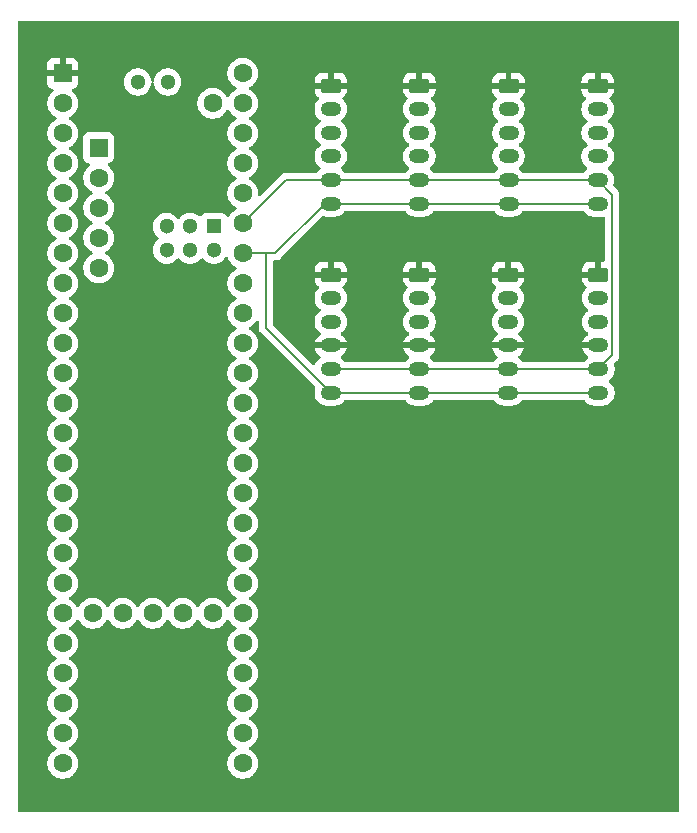
<source format=gtl>
%TF.GenerationSoftware,KiCad,Pcbnew,9.0.4*%
%TF.CreationDate,2025-09-16T15:38:44-04:00*%
%TF.ProjectId,mic,6d69632e-6b69-4636-9164-5f7063625858,rev?*%
%TF.SameCoordinates,Original*%
%TF.FileFunction,Copper,L1,Top*%
%TF.FilePolarity,Positive*%
%FSLAX46Y46*%
G04 Gerber Fmt 4.6, Leading zero omitted, Abs format (unit mm)*
G04 Created by KiCad (PCBNEW 9.0.4) date 2025-09-16 15:38:44*
%MOMM*%
%LPD*%
G01*
G04 APERTURE LIST*
G04 Aperture macros list*
%AMRoundRect*
0 Rectangle with rounded corners*
0 $1 Rounding radius*
0 $2 $3 $4 $5 $6 $7 $8 $9 X,Y pos of 4 corners*
0 Add a 4 corners polygon primitive as box body*
4,1,4,$2,$3,$4,$5,$6,$7,$8,$9,$2,$3,0*
0 Add four circle primitives for the rounded corners*
1,1,$1+$1,$2,$3*
1,1,$1+$1,$4,$5*
1,1,$1+$1,$6,$7*
1,1,$1+$1,$8,$9*
0 Add four rect primitives between the rounded corners*
20,1,$1+$1,$2,$3,$4,$5,0*
20,1,$1+$1,$4,$5,$6,$7,0*
20,1,$1+$1,$6,$7,$8,$9,0*
20,1,$1+$1,$8,$9,$2,$3,0*%
G04 Aperture macros list end*
%TA.AperFunction,ComponentPad*%
%ADD10O,1.750000X1.200000*%
%TD*%
%TA.AperFunction,ComponentPad*%
%ADD11RoundRect,0.250000X-0.625000X0.350000X-0.625000X-0.350000X0.625000X-0.350000X0.625000X0.350000X0*%
%TD*%
%TA.AperFunction,ComponentPad*%
%ADD12C,1.600000*%
%TD*%
%TA.AperFunction,ComponentPad*%
%ADD13R,1.600000X1.600000*%
%TD*%
%TA.AperFunction,ComponentPad*%
%ADD14R,1.300000X1.300000*%
%TD*%
%TA.AperFunction,ComponentPad*%
%ADD15C,1.300000*%
%TD*%
%TA.AperFunction,Conductor*%
%ADD16C,0.200000*%
%TD*%
G04 APERTURE END LIST*
D10*
%TO.P,3L,6,Pin_6*%
%TO.N,LRCLK1*%
X221000000Y-61000000D03*
%TO.P,3L,5,Pin_5*%
%TO.N,BCLK1*%
X221000000Y-59000000D03*
%TO.P,3L,4,Pin_4*%
%TO.N,GND*%
X221000000Y-57000000D03*
%TO.P,3L,3,Pin_3*%
%TO.N,SAI1_RXD2*%
X221000000Y-55000000D03*
%TO.P,3L,2,Pin_2*%
%TO.N,+3.3V*%
X221000000Y-53000000D03*
D11*
%TO.P,3L,1,Pin_1*%
%TO.N,GND*%
X221000000Y-51000000D03*
%TD*%
%TO.P,4R,1,Pin_1*%
%TO.N,GND*%
X228600000Y-35000000D03*
D10*
%TO.P,4R,2,Pin_2*%
%TO.N,+3.3V*%
X228600000Y-37000000D03*
%TO.P,4R,3,Pin_3*%
%TO.N,SAI1_RXD3*%
X228600000Y-39000000D03*
%TO.P,4R,4,Pin_4*%
%TO.N,+3.3V*%
X228600000Y-41000000D03*
%TO.P,4R,5,Pin_5*%
%TO.N,BCLK1*%
X228600000Y-43000000D03*
%TO.P,4R,6,Pin_6*%
%TO.N,LRCLK1*%
X228600000Y-45000000D03*
%TD*%
D11*
%TO.P,1R,1,Pin_1*%
%TO.N,GND*%
X206000000Y-35000000D03*
D10*
%TO.P,1R,2,Pin_2*%
%TO.N,+3.3V*%
X206000000Y-37000000D03*
%TO.P,1R,3,Pin_3*%
%TO.N,SAI1_RXD0*%
X206000000Y-39000000D03*
%TO.P,1R,4,Pin_4*%
%TO.N,+3.3V*%
X206000000Y-41000000D03*
%TO.P,1R,5,Pin_5*%
%TO.N,BCLK1*%
X206000000Y-43000000D03*
%TO.P,1R,6,Pin_6*%
%TO.N,LRCLK1*%
X206000000Y-45000000D03*
%TD*%
D11*
%TO.P,3R,1,Pin_1*%
%TO.N,GND*%
X221050000Y-35000000D03*
D10*
%TO.P,3R,2,Pin_2*%
%TO.N,+3.3V*%
X221050000Y-37000000D03*
%TO.P,3R,3,Pin_3*%
%TO.N,SAI1_RXD2*%
X221050000Y-39000000D03*
%TO.P,3R,4,Pin_4*%
%TO.N,+3.3V*%
X221050000Y-41000000D03*
%TO.P,3R,5,Pin_5*%
%TO.N,BCLK1*%
X221050000Y-43000000D03*
%TO.P,3R,6,Pin_6*%
%TO.N,LRCLK1*%
X221050000Y-45000000D03*
%TD*%
D11*
%TO.P,4L,1,Pin_1*%
%TO.N,GND*%
X228650000Y-51000000D03*
D10*
%TO.P,4L,2,Pin_2*%
%TO.N,+3.3V*%
X228650000Y-53000000D03*
%TO.P,4L,3,Pin_3*%
%TO.N,SAI1_RXD3*%
X228650000Y-55000000D03*
%TO.P,4L,4,Pin_4*%
%TO.N,GND*%
X228650000Y-57000000D03*
%TO.P,4L,5,Pin_5*%
%TO.N,BCLK1*%
X228650000Y-59000000D03*
%TO.P,4L,6,Pin_6*%
%TO.N,LRCLK1*%
X228650000Y-61000000D03*
%TD*%
%TO.P,2R,6,Pin_6*%
%TO.N,LRCLK1*%
X213500000Y-45000000D03*
%TO.P,2R,5,Pin_5*%
%TO.N,BCLK1*%
X213500000Y-43000000D03*
%TO.P,2R,4,Pin_4*%
%TO.N,+3.3V*%
X213500000Y-41000000D03*
%TO.P,2R,3,Pin_3*%
%TO.N,SAI1_RXD1*%
X213500000Y-39000000D03*
%TO.P,2R,2,Pin_2*%
%TO.N,+3.3V*%
X213500000Y-37000000D03*
D11*
%TO.P,2R,1,Pin_1*%
%TO.N,GND*%
X213500000Y-35000000D03*
%TD*%
D10*
%TO.P,2L,6,Pin_6*%
%TO.N,LRCLK1*%
X213500000Y-61000000D03*
%TO.P,2L,5,Pin_5*%
%TO.N,BCLK1*%
X213500000Y-59000000D03*
%TO.P,2L,4,Pin_4*%
%TO.N,GND*%
X213500000Y-57000000D03*
%TO.P,2L,3,Pin_3*%
%TO.N,SAI1_RXD1*%
X213500000Y-55000000D03*
%TO.P,2L,2,Pin_2*%
%TO.N,+3.3V*%
X213500000Y-53000000D03*
D11*
%TO.P,2L,1,Pin_1*%
%TO.N,GND*%
X213500000Y-51000000D03*
%TD*%
D10*
%TO.P,1L,6,Pin_6*%
%TO.N,LRCLK1*%
X206000000Y-61000000D03*
%TO.P,1L,5,Pin_5*%
%TO.N,BCLK1*%
X206000000Y-59000000D03*
%TO.P,1L,4,Pin_4*%
%TO.N,GND*%
X206000000Y-57000000D03*
%TO.P,1L,3,Pin_3*%
%TO.N,SAI1_RXD0*%
X206000000Y-55000000D03*
%TO.P,1L,2,Pin_2*%
%TO.N,+3.3V*%
X206000000Y-53000000D03*
D11*
%TO.P,1L,1,Pin_1*%
%TO.N,GND*%
X206000000Y-51000000D03*
%TD*%
D12*
%TO.P,Teensy 4.1,49,VUSB*%
%TO.N,unconnected-(U1-VUSB-Pad49)*%
X196000000Y-36500000D03*
%TO.P,Teensy 4.1,59,GND*%
%TO.N,unconnected-(U1-GND-Pad59)*%
X186350800Y-50419200D03*
%TO.P,Teensy 4.1,58,GND*%
%TO.N,unconnected-(U1-GND-Pad58)*%
X186350800Y-47879200D03*
%TO.P,Teensy 4.1,57,D+*%
%TO.N,unconnected-(U1-D+-Pad57)*%
X186350800Y-45339200D03*
%TO.P,Teensy 4.1,56,D-*%
%TO.N,unconnected-(U1-D--Pad56)*%
X186350800Y-42799200D03*
D13*
%TO.P,Teensy 4.1,55,5V*%
%TO.N,unconnected-(U1-5V-Pad55)*%
X186350800Y-40259200D03*
D12*
%TO.P,Teensy 4.1,48,VIN*%
%TO.N,unconnected-(U1-VIN-Pad48)*%
X198540000Y-33960000D03*
%TO.P,Teensy 4.1,47,GND*%
%TO.N,unconnected-(U1-GND-Pad47)*%
X198540000Y-36500000D03*
%TO.P,Teensy 4.1,46,3V3*%
%TO.N,+3.3V*%
X198540000Y-39040000D03*
%TO.P,Teensy 4.1,45,23_A9_CRX1_MCLK1*%
%TO.N,unconnected-(U1-23_A9_CRX1_MCLK1-Pad45)*%
X198540000Y-41580000D03*
%TO.P,Teensy 4.1,44,22_A8_CTX1*%
%TO.N,unconnected-(U1-22_A8_CTX1-Pad44)*%
X198540000Y-44120000D03*
%TO.P,Teensy 4.1,43,21_A7_RX5_BCLK1*%
%TO.N,BCLK1*%
X198540000Y-46660000D03*
%TO.P,Teensy 4.1,42,20_A6_TX5_LRCLK1*%
%TO.N,LRCLK1*%
X198540000Y-49200000D03*
%TO.P,Teensy 4.1,41,19_A5_SCL*%
%TO.N,unconnected-(U1-19_A5_SCL-Pad41)*%
X198540000Y-51740000D03*
%TO.P,Teensy 4.1,40,18_A4_SDA*%
%TO.N,unconnected-(U1-18_A4_SDA-Pad40)*%
X198540000Y-54280000D03*
%TO.P,Teensy 4.1,39,17_A3_TX4_SDA1*%
%TO.N,unconnected-(U1-17_A3_TX4_SDA1-Pad39)*%
X198540000Y-56820000D03*
%TO.P,Teensy 4.1,38,16_A2_RX4_SCL1*%
%TO.N,unconnected-(U1-16_A2_RX4_SCL1-Pad38)*%
X198540000Y-59360000D03*
%TO.P,Teensy 4.1,37,15_A1_RX3_SPDIF_IN*%
%TO.N,unconnected-(U1-15_A1_RX3_SPDIF_IN-Pad37)*%
X198540000Y-61900000D03*
%TO.P,Teensy 4.1,36,14_A0_TX3_SPDIF_OUT*%
%TO.N,unconnected-(U1-14_A0_TX3_SPDIF_OUT-Pad36)*%
X198540000Y-64440000D03*
%TO.P,Teensy 4.1,35,13_SCK_LED*%
%TO.N,unconnected-(U1-13_SCK_LED-Pad35)*%
X198540000Y-66980000D03*
D13*
%TO.P,Teensy 4.1,1,GND*%
%TO.N,GND*%
X183300000Y-33960000D03*
D12*
%TO.P,Teensy 4.1,2,0_RX1_CRX2_CS1*%
%TO.N,unconnected-(U1-0_RX1_CRX2_CS1-Pad2)*%
X183300000Y-36500000D03*
%TO.P,Teensy 4.1,3,1_TX1_CTX2_MISO1*%
%TO.N,unconnected-(U1-1_TX1_CTX2_MISO1-Pad3)*%
X183300000Y-39040000D03*
%TO.P,Teensy 4.1,4,2_OUT2*%
%TO.N,SAI2_RXD0*%
X183300000Y-41580000D03*
%TO.P,Teensy 4.1,5,3_LRCLK2*%
%TO.N,unconnected-(U1-3_LRCLK2-Pad5)*%
X183300000Y-44120000D03*
%TO.P,Teensy 4.1,6,4_BCLK2*%
%TO.N,unconnected-(U1-4_BCLK2-Pad6)*%
X183300000Y-46660000D03*
%TO.P,Teensy 4.1,7,5_IN2*%
%TO.N,SAI2_RXD1*%
X183300000Y-49200000D03*
%TO.P,Teensy 4.1,8,6_OUT1D*%
%TO.N,SAI1_RXD1*%
X183300000Y-51740000D03*
%TO.P,Teensy 4.1,9,7_RX2_OUT1A*%
%TO.N,unconnected-(U1-7_RX2_OUT1A-Pad9)*%
X183300000Y-54280000D03*
%TO.P,Teensy 4.1,10,8_TX2_IN1*%
%TO.N,SAI1_RXD0*%
X183300000Y-56820000D03*
%TO.P,Teensy 4.1,11,9_OUT1C*%
%TO.N,SAI1_RXD3*%
X183300000Y-59360000D03*
%TO.P,Teensy 4.1,12,10_CS_MQSR*%
%TO.N,unconnected-(U1-10_CS_MQSR-Pad12)*%
X183300000Y-61900000D03*
%TO.P,Teensy 4.1,13,11_MOSI_CTX1*%
%TO.N,unconnected-(U1-11_MOSI_CTX1-Pad13)*%
X183300000Y-64440000D03*
%TO.P,Teensy 4.1,34,GND*%
%TO.N,unconnected-(U1-GND-Pad34)*%
X198540000Y-69520000D03*
%TO.P,Teensy 4.1,33,41_A17*%
%TO.N,unconnected-(U1-41_A17-Pad33)*%
X198540000Y-72060000D03*
%TO.P,Teensy 4.1,32,40_A16*%
%TO.N,unconnected-(U1-40_A16-Pad32)*%
X198540000Y-74600000D03*
%TO.P,Teensy 4.1,31,39_MISO1_OUT1A*%
%TO.N,unconnected-(U1-39_MISO1_OUT1A-Pad31)*%
X198540000Y-77140000D03*
%TO.P,Teensy 4.1,30,38_CS1_IN1*%
%TO.N,unconnected-(U1-38_CS1_IN1-Pad30)*%
X198540000Y-79680000D03*
%TO.P,Teensy 4.1,29,37_CS*%
%TO.N,unconnected-(U1-37_CS-Pad29)*%
X198540000Y-82220000D03*
%TO.P,Teensy 4.1,28,36_CS*%
%TO.N,unconnected-(U1-36_CS-Pad28)*%
X198540000Y-84760000D03*
%TO.P,Teensy 4.1,27,35_TX8*%
%TO.N,unconnected-(U1-35_TX8-Pad27)*%
X198540000Y-87300000D03*
%TO.P,Teensy 4.1,26,34_RX8*%
%TO.N,unconnected-(U1-34_RX8-Pad26)*%
X198540000Y-89840000D03*
%TO.P,Teensy 4.1,25,33_MCLK2*%
%TO.N,unconnected-(U1-33_MCLK2-Pad25)*%
X198540000Y-92380000D03*
%TO.P,Teensy 4.1,24,32_OUT1B*%
%TO.N,SAI1_RXD2*%
X183300000Y-92380000D03*
%TO.P,Teensy 4.1,23,31_CTX3*%
%TO.N,unconnected-(U1-31_CTX3-Pad23)*%
X183300000Y-89840000D03*
%TO.P,Teensy 4.1,22,30_CRX3*%
%TO.N,unconnected-(U1-30_CRX3-Pad22)*%
X183300000Y-87300000D03*
%TO.P,Teensy 4.1,21,29_TX7*%
%TO.N,unconnected-(U1-29_TX7-Pad21)*%
X183300000Y-84760000D03*
%TO.P,Teensy 4.1,14,12_MISO_MQSL*%
%TO.N,unconnected-(U1-12_MISO_MQSL-Pad14)*%
X183300000Y-66980000D03*
%TO.P,Teensy 4.1,15,3V3*%
%TO.N,unconnected-(U1-3V3-Pad15)*%
X183300000Y-69520000D03*
%TO.P,Teensy 4.1,16,24_A10_TX6_SCL2*%
%TO.N,unconnected-(U1-24_A10_TX6_SCL2-Pad16)*%
X183300000Y-72060000D03*
%TO.P,Teensy 4.1,20,28_RX7*%
%TO.N,unconnected-(U1-28_RX7-Pad20)*%
X183300000Y-82220000D03*
%TO.P,Teensy 4.1,19,27_A13_SCK1*%
%TO.N,unconnected-(U1-27_A13_SCK1-Pad19)*%
X183300000Y-79680000D03*
%TO.P,Teensy 4.1,18,26_A12_MOSI1*%
%TO.N,unconnected-(U1-26_A12_MOSI1-Pad18)*%
X183300000Y-77140000D03*
%TO.P,Teensy 4.1,17,25_A11_RX6_SDA2*%
%TO.N,unconnected-(U1-25_A11_RX6_SDA2-Pad17)*%
X183300000Y-74600000D03*
D14*
%TO.P,Teensy 4.1,60,R+*%
%TO.N,unconnected-(U1-R+-Pad60)*%
X196101600Y-46930000D03*
D15*
%TO.P,Teensy 4.1,65,R-*%
%TO.N,unconnected-(U1-R--Pad65)*%
X196101600Y-48930000D03*
%TO.P,Teensy 4.1,61,LED*%
%TO.N,unconnected-(U1-LED-Pad61)*%
X194101600Y-46930000D03*
%TO.P,Teensy 4.1,64,GND*%
%TO.N,unconnected-(U1-GND-Pad64)*%
X194101600Y-48930000D03*
%TO.P,Teensy 4.1,63,T+*%
%TO.N,unconnected-(U1-T+-Pad63)*%
X192101600Y-48930000D03*
%TO.P,Teensy 4.1,62,T-*%
%TO.N,unconnected-(U1-T--Pad62)*%
X192101600Y-46930000D03*
D12*
%TO.P,Teensy 4.1,50,VBAT*%
%TO.N,unconnected-(U1-VBAT-Pad50)*%
X185840000Y-79680000D03*
%TO.P,Teensy 4.1,51,3V3*%
%TO.N,unconnected-(U1-3V3-Pad51)*%
X188380000Y-79680000D03*
%TO.P,Teensy 4.1,52,GND*%
%TO.N,unconnected-(U1-GND-Pad52)*%
X190920000Y-79680000D03*
%TO.P,Teensy 4.1,53,PROGRAM*%
%TO.N,unconnected-(U1-PROGRAM-Pad53)*%
X193460000Y-79680000D03*
%TO.P,Teensy 4.1,54,ON_OFF*%
%TO.N,unconnected-(U1-ON_OFF-Pad54)*%
X196000000Y-79680000D03*
D15*
%TO.P,Teensy 4.1,67,D+*%
%TO.N,unconnected-(U1-D+-Pad67)*%
X189650000Y-34690000D03*
%TO.P,Teensy 4.1,66,D-*%
%TO.N,unconnected-(U1-D--Pad66)*%
X192190000Y-34690000D03*
%TD*%
D16*
%TO.N,LRCLK1*%
X200500000Y-55500000D02*
X200500000Y-49200000D01*
X206000000Y-61000000D02*
X200500000Y-55500000D01*
X200500000Y-49200000D02*
X198540000Y-49200000D01*
X205500000Y-45000000D02*
X201300000Y-49200000D01*
X206000000Y-45000000D02*
X205500000Y-45000000D01*
X201300000Y-49200000D02*
X198540000Y-49200000D01*
%TO.N,BCLK1*%
X206000000Y-43000000D02*
X202200000Y-43000000D01*
X202200000Y-43000000D02*
X198540000Y-46660000D01*
%TO.N,LRCLK1*%
X228600000Y-45000000D02*
X221050000Y-45000000D01*
X213500000Y-61000000D02*
X206000000Y-61000000D01*
X221000000Y-61000000D02*
X213500000Y-61000000D01*
X228650000Y-61000000D02*
X221000000Y-61000000D01*
%TO.N,BCLK1*%
X213500000Y-59000000D02*
X206000000Y-59000000D01*
X221000000Y-59000000D02*
X213500000Y-59000000D01*
X228650000Y-59000000D02*
X221000000Y-59000000D01*
X213500000Y-43000000D02*
X206000000Y-43000000D01*
X221050000Y-43000000D02*
X213500000Y-43000000D01*
X228600000Y-43000000D02*
X221050000Y-43000000D01*
%TO.N,LRCLK1*%
X221050000Y-45000000D02*
X213500000Y-45000000D01*
X213500000Y-45000000D02*
X206000000Y-45000000D01*
%TO.N,BCLK1*%
X229826000Y-57824000D02*
X228650000Y-59000000D01*
X228600000Y-43000000D02*
X229826000Y-44226000D01*
X229826000Y-44226000D02*
X229826000Y-57824000D01*
%TD*%
%TA.AperFunction,Conductor*%
%TO.N,GND*%
G36*
X212304854Y-45620185D02*
G01*
X212338131Y-45651612D01*
X212385586Y-45716928D01*
X212508072Y-45839414D01*
X212648212Y-45941232D01*
X212802555Y-46019873D01*
X212967299Y-46073402D01*
X213138389Y-46100500D01*
X213138390Y-46100500D01*
X213861610Y-46100500D01*
X213861611Y-46100500D01*
X214032701Y-46073402D01*
X214197445Y-46019873D01*
X214351788Y-45941232D01*
X214491928Y-45839414D01*
X214614414Y-45716928D01*
X214661868Y-45651613D01*
X214717197Y-45608949D01*
X214762185Y-45600500D01*
X219787815Y-45600500D01*
X219854854Y-45620185D01*
X219888131Y-45651612D01*
X219935586Y-45716928D01*
X220058072Y-45839414D01*
X220198212Y-45941232D01*
X220352555Y-46019873D01*
X220517299Y-46073402D01*
X220688389Y-46100500D01*
X220688390Y-46100500D01*
X221411610Y-46100500D01*
X221411611Y-46100500D01*
X221582701Y-46073402D01*
X221747445Y-46019873D01*
X221901788Y-45941232D01*
X222041928Y-45839414D01*
X222164414Y-45716928D01*
X222211868Y-45651613D01*
X222267197Y-45608949D01*
X222312185Y-45600500D01*
X227337815Y-45600500D01*
X227404854Y-45620185D01*
X227438131Y-45651612D01*
X227485586Y-45716928D01*
X227608072Y-45839414D01*
X227748212Y-45941232D01*
X227902555Y-46019873D01*
X228067299Y-46073402D01*
X228238389Y-46100500D01*
X228238390Y-46100500D01*
X228961610Y-46100500D01*
X228961611Y-46100500D01*
X229082102Y-46081416D01*
X229151396Y-46090371D01*
X229204848Y-46135367D01*
X229225487Y-46202118D01*
X229225500Y-46203889D01*
X229225500Y-49776000D01*
X229205815Y-49843039D01*
X229153011Y-49888794D01*
X229101500Y-49900000D01*
X228900000Y-49900000D01*
X228900000Y-50719670D01*
X228880255Y-50699925D01*
X228794745Y-50650556D01*
X228699370Y-50625000D01*
X228600630Y-50625000D01*
X228505255Y-50650556D01*
X228419745Y-50699925D01*
X228400000Y-50719670D01*
X228400000Y-49900000D01*
X227975028Y-49900000D01*
X227975012Y-49900001D01*
X227872302Y-49910494D01*
X227705880Y-49965641D01*
X227705875Y-49965643D01*
X227556654Y-50057684D01*
X227432684Y-50181654D01*
X227340643Y-50330875D01*
X227340641Y-50330880D01*
X227285494Y-50497302D01*
X227285493Y-50497309D01*
X227275000Y-50600013D01*
X227275000Y-50750000D01*
X228369670Y-50750000D01*
X228349925Y-50769745D01*
X228300556Y-50855255D01*
X228275000Y-50950630D01*
X228275000Y-51049370D01*
X228300556Y-51144745D01*
X228349925Y-51230255D01*
X228369670Y-51250000D01*
X227275001Y-51250000D01*
X227275001Y-51399986D01*
X227285494Y-51502697D01*
X227340641Y-51669119D01*
X227340643Y-51669124D01*
X227432684Y-51818345D01*
X227556656Y-51942317D01*
X227620906Y-51981946D01*
X227667631Y-52033893D01*
X227678854Y-52102856D01*
X227651011Y-52166938D01*
X227643492Y-52175166D01*
X227535585Y-52283073D01*
X227433768Y-52423211D01*
X227355128Y-52577552D01*
X227301597Y-52742302D01*
X227276697Y-52899515D01*
X227274500Y-52913389D01*
X227274500Y-53086611D01*
X227301598Y-53257701D01*
X227355127Y-53422445D01*
X227433768Y-53576788D01*
X227535586Y-53716928D01*
X227658072Y-53839414D01*
X227658078Y-53839418D01*
X227741023Y-53899683D01*
X227783689Y-53955013D01*
X227789667Y-54024626D01*
X227757061Y-54086421D01*
X227741023Y-54100317D01*
X227658078Y-54160581D01*
X227658069Y-54160588D01*
X227535588Y-54283069D01*
X227535588Y-54283070D01*
X227535586Y-54283072D01*
X227491859Y-54343256D01*
X227433768Y-54423211D01*
X227355128Y-54577552D01*
X227301597Y-54742302D01*
X227274500Y-54913389D01*
X227274500Y-55086610D01*
X227292443Y-55199902D01*
X227301598Y-55257701D01*
X227355127Y-55422445D01*
X227433768Y-55576788D01*
X227535586Y-55716928D01*
X227658072Y-55839414D01*
X227698393Y-55868709D01*
X227741449Y-55899991D01*
X227784114Y-55955322D01*
X227790093Y-56024935D01*
X227757487Y-56086730D01*
X227741448Y-56100627D01*
X227658404Y-56160961D01*
X227658399Y-56160965D01*
X227535967Y-56283397D01*
X227434195Y-56423475D01*
X227355591Y-56577744D01*
X227302085Y-56742415D01*
X227300884Y-56749999D01*
X227300885Y-56750000D01*
X228369670Y-56750000D01*
X228349925Y-56769745D01*
X228300556Y-56855255D01*
X228275000Y-56950630D01*
X228275000Y-57049370D01*
X228300556Y-57144745D01*
X228349925Y-57230255D01*
X228369670Y-57250000D01*
X227300885Y-57250000D01*
X227302085Y-57257584D01*
X227355591Y-57422255D01*
X227434195Y-57576524D01*
X227535967Y-57716602D01*
X227658401Y-57839036D01*
X227741447Y-57899371D01*
X227784114Y-57954701D01*
X227790093Y-58024314D01*
X227757488Y-58086109D01*
X227741450Y-58100007D01*
X227658072Y-58160585D01*
X227535588Y-58283069D01*
X227535588Y-58283070D01*
X227535586Y-58283072D01*
X227512584Y-58314732D01*
X227488133Y-58348386D01*
X227432803Y-58391051D01*
X227387815Y-58399500D01*
X222262185Y-58399500D01*
X222195146Y-58379815D01*
X222161867Y-58348386D01*
X222114414Y-58283072D01*
X221991928Y-58160586D01*
X221908550Y-58100008D01*
X221865885Y-58044677D01*
X221859906Y-57975064D01*
X221892512Y-57913269D01*
X221908552Y-57899371D01*
X221991598Y-57839036D01*
X222114032Y-57716602D01*
X222215804Y-57576524D01*
X222294408Y-57422255D01*
X222347914Y-57257584D01*
X222349115Y-57250000D01*
X221280330Y-57250000D01*
X221300075Y-57230255D01*
X221349444Y-57144745D01*
X221375000Y-57049370D01*
X221375000Y-56950630D01*
X221349444Y-56855255D01*
X221300075Y-56769745D01*
X221280330Y-56750000D01*
X222349115Y-56750000D01*
X222349115Y-56749999D01*
X222347914Y-56742415D01*
X222294408Y-56577744D01*
X222215804Y-56423475D01*
X222114032Y-56283397D01*
X221991602Y-56160967D01*
X221908551Y-56100628D01*
X221865885Y-56045298D01*
X221859906Y-55975685D01*
X221892511Y-55913889D01*
X221908551Y-55899991D01*
X221991928Y-55839414D01*
X222114414Y-55716928D01*
X222216232Y-55576788D01*
X222294873Y-55422445D01*
X222348402Y-55257701D01*
X222375500Y-55086611D01*
X222375500Y-54913389D01*
X222348402Y-54742299D01*
X222294873Y-54577555D01*
X222216232Y-54423212D01*
X222114414Y-54283072D01*
X221991928Y-54160586D01*
X221908975Y-54100317D01*
X221866311Y-54044988D01*
X221860332Y-53975374D01*
X221892938Y-53913579D01*
X221908976Y-53899682D01*
X221991928Y-53839414D01*
X222114414Y-53716928D01*
X222216232Y-53576788D01*
X222294873Y-53422445D01*
X222348402Y-53257701D01*
X222375500Y-53086611D01*
X222375500Y-52913389D01*
X222348402Y-52742299D01*
X222294873Y-52577555D01*
X222216232Y-52423212D01*
X222114414Y-52283072D01*
X222006508Y-52175166D01*
X221973023Y-52113843D01*
X221978007Y-52044151D01*
X222019879Y-51988218D01*
X222029094Y-51981945D01*
X222093345Y-51942315D01*
X222217315Y-51818345D01*
X222309356Y-51669124D01*
X222309358Y-51669119D01*
X222364505Y-51502697D01*
X222364506Y-51502690D01*
X222374999Y-51399986D01*
X222375000Y-51399973D01*
X222375000Y-51250000D01*
X221280330Y-51250000D01*
X221300075Y-51230255D01*
X221349444Y-51144745D01*
X221375000Y-51049370D01*
X221375000Y-50950630D01*
X221349444Y-50855255D01*
X221300075Y-50769745D01*
X221280330Y-50750000D01*
X222374999Y-50750000D01*
X222374999Y-50600029D01*
X222374998Y-50600012D01*
X222364505Y-50497302D01*
X222309358Y-50330880D01*
X222309356Y-50330875D01*
X222217315Y-50181654D01*
X222093345Y-50057684D01*
X221944124Y-49965643D01*
X221944119Y-49965641D01*
X221777697Y-49910494D01*
X221777690Y-49910493D01*
X221674986Y-49900000D01*
X221250000Y-49900000D01*
X221250000Y-50719670D01*
X221230255Y-50699925D01*
X221144745Y-50650556D01*
X221049370Y-50625000D01*
X220950630Y-50625000D01*
X220855255Y-50650556D01*
X220769745Y-50699925D01*
X220750000Y-50719670D01*
X220750000Y-49900000D01*
X220325028Y-49900000D01*
X220325012Y-49900001D01*
X220222302Y-49910494D01*
X220055880Y-49965641D01*
X220055875Y-49965643D01*
X219906654Y-50057684D01*
X219782684Y-50181654D01*
X219690643Y-50330875D01*
X219690641Y-50330880D01*
X219635494Y-50497302D01*
X219635493Y-50497309D01*
X219625000Y-50600013D01*
X219625000Y-50750000D01*
X220719670Y-50750000D01*
X220699925Y-50769745D01*
X220650556Y-50855255D01*
X220625000Y-50950630D01*
X220625000Y-51049370D01*
X220650556Y-51144745D01*
X220699925Y-51230255D01*
X220719670Y-51250000D01*
X219625001Y-51250000D01*
X219625001Y-51399986D01*
X219635494Y-51502697D01*
X219690641Y-51669119D01*
X219690643Y-51669124D01*
X219782684Y-51818345D01*
X219906656Y-51942317D01*
X219970906Y-51981946D01*
X220017631Y-52033893D01*
X220028854Y-52102856D01*
X220001011Y-52166938D01*
X219993492Y-52175166D01*
X219885585Y-52283073D01*
X219783768Y-52423211D01*
X219705128Y-52577552D01*
X219651597Y-52742302D01*
X219626697Y-52899515D01*
X219624500Y-52913389D01*
X219624500Y-53086611D01*
X219651598Y-53257701D01*
X219705127Y-53422445D01*
X219783768Y-53576788D01*
X219885586Y-53716928D01*
X220008072Y-53839414D01*
X220008078Y-53839418D01*
X220091023Y-53899683D01*
X220133689Y-53955013D01*
X220139667Y-54024626D01*
X220107061Y-54086421D01*
X220091023Y-54100317D01*
X220008078Y-54160581D01*
X220008069Y-54160588D01*
X219885588Y-54283069D01*
X219885588Y-54283070D01*
X219885586Y-54283072D01*
X219841859Y-54343256D01*
X219783768Y-54423211D01*
X219705128Y-54577552D01*
X219651597Y-54742302D01*
X219624500Y-54913389D01*
X219624500Y-55086610D01*
X219642443Y-55199902D01*
X219651598Y-55257701D01*
X219705127Y-55422445D01*
X219783768Y-55576788D01*
X219885586Y-55716928D01*
X220008072Y-55839414D01*
X220048393Y-55868709D01*
X220091449Y-55899991D01*
X220134114Y-55955322D01*
X220140093Y-56024935D01*
X220107487Y-56086730D01*
X220091448Y-56100627D01*
X220008404Y-56160961D01*
X220008399Y-56160965D01*
X219885967Y-56283397D01*
X219784195Y-56423475D01*
X219705591Y-56577744D01*
X219652085Y-56742415D01*
X219650884Y-56749999D01*
X219650885Y-56750000D01*
X220719670Y-56750000D01*
X220699925Y-56769745D01*
X220650556Y-56855255D01*
X220625000Y-56950630D01*
X220625000Y-57049370D01*
X220650556Y-57144745D01*
X220699925Y-57230255D01*
X220719670Y-57250000D01*
X219650885Y-57250000D01*
X219652085Y-57257584D01*
X219705591Y-57422255D01*
X219784195Y-57576524D01*
X219885967Y-57716602D01*
X220008401Y-57839036D01*
X220091447Y-57899371D01*
X220134114Y-57954701D01*
X220140093Y-58024314D01*
X220107488Y-58086109D01*
X220091450Y-58100007D01*
X220008072Y-58160585D01*
X219885588Y-58283069D01*
X219885588Y-58283070D01*
X219885586Y-58283072D01*
X219862584Y-58314732D01*
X219838133Y-58348386D01*
X219782803Y-58391051D01*
X219737815Y-58399500D01*
X214762185Y-58399500D01*
X214695146Y-58379815D01*
X214661867Y-58348386D01*
X214614414Y-58283072D01*
X214491928Y-58160586D01*
X214408550Y-58100008D01*
X214365885Y-58044677D01*
X214359906Y-57975064D01*
X214392512Y-57913269D01*
X214408552Y-57899371D01*
X214491598Y-57839036D01*
X214614032Y-57716602D01*
X214715804Y-57576524D01*
X214794408Y-57422255D01*
X214847914Y-57257584D01*
X214849115Y-57250000D01*
X213780330Y-57250000D01*
X213800075Y-57230255D01*
X213849444Y-57144745D01*
X213875000Y-57049370D01*
X213875000Y-56950630D01*
X213849444Y-56855255D01*
X213800075Y-56769745D01*
X213780330Y-56750000D01*
X214849115Y-56750000D01*
X214849115Y-56749999D01*
X214847914Y-56742415D01*
X214794408Y-56577744D01*
X214715804Y-56423475D01*
X214614032Y-56283397D01*
X214491602Y-56160967D01*
X214408551Y-56100628D01*
X214365885Y-56045298D01*
X214359906Y-55975685D01*
X214392511Y-55913889D01*
X214408551Y-55899991D01*
X214491928Y-55839414D01*
X214614414Y-55716928D01*
X214716232Y-55576788D01*
X214794873Y-55422445D01*
X214848402Y-55257701D01*
X214875500Y-55086611D01*
X214875500Y-54913389D01*
X214848402Y-54742299D01*
X214794873Y-54577555D01*
X214716232Y-54423212D01*
X214614414Y-54283072D01*
X214491928Y-54160586D01*
X214408975Y-54100317D01*
X214366311Y-54044988D01*
X214360332Y-53975374D01*
X214392938Y-53913579D01*
X214408976Y-53899682D01*
X214491928Y-53839414D01*
X214614414Y-53716928D01*
X214716232Y-53576788D01*
X214794873Y-53422445D01*
X214848402Y-53257701D01*
X214875500Y-53086611D01*
X214875500Y-52913389D01*
X214848402Y-52742299D01*
X214794873Y-52577555D01*
X214716232Y-52423212D01*
X214614414Y-52283072D01*
X214506508Y-52175166D01*
X214473023Y-52113843D01*
X214478007Y-52044151D01*
X214519879Y-51988218D01*
X214529094Y-51981945D01*
X214593345Y-51942315D01*
X214717315Y-51818345D01*
X214809356Y-51669124D01*
X214809358Y-51669119D01*
X214864505Y-51502697D01*
X214864506Y-51502690D01*
X214874999Y-51399986D01*
X214875000Y-51399973D01*
X214875000Y-51250000D01*
X213780330Y-51250000D01*
X213800075Y-51230255D01*
X213849444Y-51144745D01*
X213875000Y-51049370D01*
X213875000Y-50950630D01*
X213849444Y-50855255D01*
X213800075Y-50769745D01*
X213780330Y-50750000D01*
X214874999Y-50750000D01*
X214874999Y-50600029D01*
X214874998Y-50600012D01*
X214864505Y-50497302D01*
X214809358Y-50330880D01*
X214809356Y-50330875D01*
X214717315Y-50181654D01*
X214593345Y-50057684D01*
X214444124Y-49965643D01*
X214444119Y-49965641D01*
X214277697Y-49910494D01*
X214277690Y-49910493D01*
X214174986Y-49900000D01*
X213750000Y-49900000D01*
X213750000Y-50719670D01*
X213730255Y-50699925D01*
X213644745Y-50650556D01*
X213549370Y-50625000D01*
X213450630Y-50625000D01*
X213355255Y-50650556D01*
X213269745Y-50699925D01*
X213250000Y-50719670D01*
X213250000Y-49900000D01*
X212825028Y-49900000D01*
X212825012Y-49900001D01*
X212722302Y-49910494D01*
X212555880Y-49965641D01*
X212555875Y-49965643D01*
X212406654Y-50057684D01*
X212282684Y-50181654D01*
X212190643Y-50330875D01*
X212190641Y-50330880D01*
X212135494Y-50497302D01*
X212135493Y-50497309D01*
X212125000Y-50600013D01*
X212125000Y-50750000D01*
X213219670Y-50750000D01*
X213199925Y-50769745D01*
X213150556Y-50855255D01*
X213125000Y-50950630D01*
X213125000Y-51049370D01*
X213150556Y-51144745D01*
X213199925Y-51230255D01*
X213219670Y-51250000D01*
X212125001Y-51250000D01*
X212125001Y-51399986D01*
X212135494Y-51502697D01*
X212190641Y-51669119D01*
X212190643Y-51669124D01*
X212282684Y-51818345D01*
X212406656Y-51942317D01*
X212470906Y-51981946D01*
X212517631Y-52033893D01*
X212528854Y-52102856D01*
X212501011Y-52166938D01*
X212493492Y-52175166D01*
X212385585Y-52283073D01*
X212283768Y-52423211D01*
X212205128Y-52577552D01*
X212151597Y-52742302D01*
X212126697Y-52899515D01*
X212124500Y-52913389D01*
X212124500Y-53086611D01*
X212151598Y-53257701D01*
X212205127Y-53422445D01*
X212283768Y-53576788D01*
X212385586Y-53716928D01*
X212508072Y-53839414D01*
X212508078Y-53839418D01*
X212591023Y-53899683D01*
X212633689Y-53955013D01*
X212639667Y-54024626D01*
X212607061Y-54086421D01*
X212591023Y-54100317D01*
X212508078Y-54160581D01*
X212508069Y-54160588D01*
X212385588Y-54283069D01*
X212385588Y-54283070D01*
X212385586Y-54283072D01*
X212341859Y-54343256D01*
X212283768Y-54423211D01*
X212205128Y-54577552D01*
X212151597Y-54742302D01*
X212124500Y-54913389D01*
X212124500Y-55086610D01*
X212142443Y-55199902D01*
X212151598Y-55257701D01*
X212205127Y-55422445D01*
X212283768Y-55576788D01*
X212385586Y-55716928D01*
X212508072Y-55839414D01*
X212548393Y-55868709D01*
X212591449Y-55899991D01*
X212634114Y-55955322D01*
X212640093Y-56024935D01*
X212607487Y-56086730D01*
X212591448Y-56100627D01*
X212508404Y-56160961D01*
X212508399Y-56160965D01*
X212385967Y-56283397D01*
X212284195Y-56423475D01*
X212205591Y-56577744D01*
X212152085Y-56742415D01*
X212150884Y-56749999D01*
X212150885Y-56750000D01*
X213219670Y-56750000D01*
X213199925Y-56769745D01*
X213150556Y-56855255D01*
X213125000Y-56950630D01*
X213125000Y-57049370D01*
X213150556Y-57144745D01*
X213199925Y-57230255D01*
X213219670Y-57250000D01*
X212150885Y-57250000D01*
X212152085Y-57257584D01*
X212205591Y-57422255D01*
X212284195Y-57576524D01*
X212385967Y-57716602D01*
X212508401Y-57839036D01*
X212591447Y-57899371D01*
X212634114Y-57954701D01*
X212640093Y-58024314D01*
X212607488Y-58086109D01*
X212591450Y-58100007D01*
X212508072Y-58160585D01*
X212385588Y-58283069D01*
X212385588Y-58283070D01*
X212385586Y-58283072D01*
X212362584Y-58314732D01*
X212338133Y-58348386D01*
X212282803Y-58391051D01*
X212237815Y-58399500D01*
X207262185Y-58399500D01*
X207195146Y-58379815D01*
X207161867Y-58348386D01*
X207114414Y-58283072D01*
X206991928Y-58160586D01*
X206908550Y-58100008D01*
X206865885Y-58044677D01*
X206859906Y-57975064D01*
X206892512Y-57913269D01*
X206908552Y-57899371D01*
X206991598Y-57839036D01*
X207114032Y-57716602D01*
X207215804Y-57576524D01*
X207294408Y-57422255D01*
X207347914Y-57257584D01*
X207349115Y-57250000D01*
X206280330Y-57250000D01*
X206300075Y-57230255D01*
X206349444Y-57144745D01*
X206375000Y-57049370D01*
X206375000Y-56950630D01*
X206349444Y-56855255D01*
X206300075Y-56769745D01*
X206280330Y-56750000D01*
X207349115Y-56750000D01*
X207349115Y-56749999D01*
X207347914Y-56742415D01*
X207294408Y-56577744D01*
X207215804Y-56423475D01*
X207114032Y-56283397D01*
X206991602Y-56160967D01*
X206908551Y-56100628D01*
X206865885Y-56045298D01*
X206859906Y-55975685D01*
X206892511Y-55913889D01*
X206908551Y-55899991D01*
X206991928Y-55839414D01*
X207114414Y-55716928D01*
X207216232Y-55576788D01*
X207294873Y-55422445D01*
X207348402Y-55257701D01*
X207375500Y-55086611D01*
X207375500Y-54913389D01*
X207348402Y-54742299D01*
X207294873Y-54577555D01*
X207216232Y-54423212D01*
X207114414Y-54283072D01*
X206991928Y-54160586D01*
X206908975Y-54100317D01*
X206866311Y-54044988D01*
X206860332Y-53975374D01*
X206892938Y-53913579D01*
X206908976Y-53899682D01*
X206991928Y-53839414D01*
X207114414Y-53716928D01*
X207216232Y-53576788D01*
X207294873Y-53422445D01*
X207348402Y-53257701D01*
X207375500Y-53086611D01*
X207375500Y-52913389D01*
X207348402Y-52742299D01*
X207294873Y-52577555D01*
X207216232Y-52423212D01*
X207114414Y-52283072D01*
X207006508Y-52175166D01*
X206973023Y-52113843D01*
X206978007Y-52044151D01*
X207019879Y-51988218D01*
X207029094Y-51981945D01*
X207093345Y-51942315D01*
X207217315Y-51818345D01*
X207309356Y-51669124D01*
X207309358Y-51669119D01*
X207364505Y-51502697D01*
X207364506Y-51502690D01*
X207374999Y-51399986D01*
X207375000Y-51399973D01*
X207375000Y-51250000D01*
X206280330Y-51250000D01*
X206300075Y-51230255D01*
X206349444Y-51144745D01*
X206375000Y-51049370D01*
X206375000Y-50950630D01*
X206349444Y-50855255D01*
X206300075Y-50769745D01*
X206280330Y-50750000D01*
X207374999Y-50750000D01*
X207374999Y-50600029D01*
X207374998Y-50600012D01*
X207364505Y-50497302D01*
X207309358Y-50330880D01*
X207309356Y-50330875D01*
X207217315Y-50181654D01*
X207093345Y-50057684D01*
X206944124Y-49965643D01*
X206944119Y-49965641D01*
X206777697Y-49910494D01*
X206777690Y-49910493D01*
X206674986Y-49900000D01*
X206250000Y-49900000D01*
X206250000Y-50719670D01*
X206230255Y-50699925D01*
X206144745Y-50650556D01*
X206049370Y-50625000D01*
X205950630Y-50625000D01*
X205855255Y-50650556D01*
X205769745Y-50699925D01*
X205750000Y-50719670D01*
X205750000Y-49900000D01*
X205325028Y-49900000D01*
X205325012Y-49900001D01*
X205222302Y-49910494D01*
X205055880Y-49965641D01*
X205055875Y-49965643D01*
X204906654Y-50057684D01*
X204782684Y-50181654D01*
X204690643Y-50330875D01*
X204690641Y-50330880D01*
X204635494Y-50497302D01*
X204635493Y-50497309D01*
X204625000Y-50600013D01*
X204625000Y-50750000D01*
X205719670Y-50750000D01*
X205699925Y-50769745D01*
X205650556Y-50855255D01*
X205625000Y-50950630D01*
X205625000Y-51049370D01*
X205650556Y-51144745D01*
X205699925Y-51230255D01*
X205719670Y-51250000D01*
X204625001Y-51250000D01*
X204625001Y-51399986D01*
X204635494Y-51502697D01*
X204690641Y-51669119D01*
X204690643Y-51669124D01*
X204782684Y-51818345D01*
X204906656Y-51942317D01*
X204970906Y-51981946D01*
X205017631Y-52033893D01*
X205028854Y-52102856D01*
X205001011Y-52166938D01*
X204993492Y-52175166D01*
X204885585Y-52283073D01*
X204783768Y-52423211D01*
X204705128Y-52577552D01*
X204651597Y-52742302D01*
X204626697Y-52899515D01*
X204624500Y-52913389D01*
X204624500Y-53086611D01*
X204651598Y-53257701D01*
X204705127Y-53422445D01*
X204783768Y-53576788D01*
X204885586Y-53716928D01*
X205008072Y-53839414D01*
X205008078Y-53839418D01*
X205091023Y-53899683D01*
X205133689Y-53955013D01*
X205139667Y-54024626D01*
X205107061Y-54086421D01*
X205091023Y-54100317D01*
X205008078Y-54160581D01*
X205008069Y-54160588D01*
X204885588Y-54283069D01*
X204885588Y-54283070D01*
X204885586Y-54283072D01*
X204841859Y-54343256D01*
X204783768Y-54423211D01*
X204705128Y-54577552D01*
X204651597Y-54742302D01*
X204624500Y-54913389D01*
X204624500Y-55086610D01*
X204642443Y-55199902D01*
X204651598Y-55257701D01*
X204705127Y-55422445D01*
X204783768Y-55576788D01*
X204885586Y-55716928D01*
X205008072Y-55839414D01*
X205048393Y-55868709D01*
X205091449Y-55899991D01*
X205134114Y-55955322D01*
X205140093Y-56024935D01*
X205107487Y-56086730D01*
X205091448Y-56100627D01*
X205008404Y-56160961D01*
X205008399Y-56160965D01*
X204885967Y-56283397D01*
X204784195Y-56423475D01*
X204705591Y-56577744D01*
X204652085Y-56742415D01*
X204650884Y-56749999D01*
X204650885Y-56750000D01*
X205719670Y-56750000D01*
X205699925Y-56769745D01*
X205650556Y-56855255D01*
X205625000Y-56950630D01*
X205625000Y-57049370D01*
X205650556Y-57144745D01*
X205699925Y-57230255D01*
X205719670Y-57250000D01*
X204650885Y-57250000D01*
X204652085Y-57257584D01*
X204705591Y-57422255D01*
X204784195Y-57576524D01*
X204885967Y-57716602D01*
X205008401Y-57839036D01*
X205091447Y-57899371D01*
X205134114Y-57954701D01*
X205140093Y-58024314D01*
X205107488Y-58086109D01*
X205091450Y-58100007D01*
X205008072Y-58160585D01*
X204885588Y-58283069D01*
X204885588Y-58283070D01*
X204885586Y-58283072D01*
X204862584Y-58314732D01*
X204783768Y-58423211D01*
X204705127Y-58577554D01*
X204699397Y-58595189D01*
X204659959Y-58652864D01*
X204595600Y-58680061D01*
X204526754Y-58668146D01*
X204493786Y-58644550D01*
X201136819Y-55287583D01*
X201103334Y-55226260D01*
X201100500Y-55199902D01*
X201100500Y-49924501D01*
X201120185Y-49857462D01*
X201172989Y-49811707D01*
X201224500Y-49800501D01*
X201379054Y-49800501D01*
X201379057Y-49800501D01*
X201531785Y-49759577D01*
X201531787Y-49759575D01*
X201531789Y-49759575D01*
X201531790Y-49759574D01*
X201586454Y-49728014D01*
X201586455Y-49728013D01*
X201668716Y-49680520D01*
X201780520Y-49568716D01*
X201780520Y-49568714D01*
X201790724Y-49558511D01*
X201790728Y-49558506D01*
X205269057Y-46080176D01*
X205330378Y-46046693D01*
X205395053Y-46049927D01*
X205467299Y-46073402D01*
X205638389Y-46100500D01*
X205638390Y-46100500D01*
X206361610Y-46100500D01*
X206361611Y-46100500D01*
X206532701Y-46073402D01*
X206697445Y-46019873D01*
X206851788Y-45941232D01*
X206991928Y-45839414D01*
X207114414Y-45716928D01*
X207161868Y-45651613D01*
X207217197Y-45608949D01*
X207262185Y-45600500D01*
X212237815Y-45600500D01*
X212304854Y-45620185D01*
G37*
%TD.AperFunction*%
%TA.AperFunction,Conductor*%
G36*
X235442539Y-29519685D02*
G01*
X235488294Y-29572489D01*
X235499500Y-29624000D01*
X235499500Y-96376000D01*
X235479815Y-96443039D01*
X235427011Y-96488794D01*
X235375500Y-96500000D01*
X179624500Y-96500000D01*
X179557461Y-96480315D01*
X179511706Y-96427511D01*
X179500500Y-96376000D01*
X179500500Y-36397648D01*
X181999500Y-36397648D01*
X181999500Y-36602351D01*
X182031522Y-36804534D01*
X182094781Y-36999223D01*
X182187715Y-37181613D01*
X182308028Y-37347213D01*
X182452786Y-37491971D01*
X182569529Y-37576788D01*
X182618390Y-37612287D01*
X182709840Y-37658883D01*
X182711080Y-37659515D01*
X182761876Y-37707490D01*
X182778671Y-37775311D01*
X182756134Y-37841446D01*
X182711080Y-37880485D01*
X182618386Y-37927715D01*
X182452786Y-38048028D01*
X182308028Y-38192786D01*
X182187715Y-38358386D01*
X182094781Y-38540776D01*
X182031522Y-38735465D01*
X181999500Y-38937648D01*
X181999500Y-39142351D01*
X182031522Y-39344534D01*
X182094781Y-39539223D01*
X182113922Y-39576788D01*
X182185328Y-39716930D01*
X182187715Y-39721613D01*
X182308028Y-39887213D01*
X182452786Y-40031971D01*
X182607749Y-40144556D01*
X182618390Y-40152287D01*
X182709840Y-40198883D01*
X182711080Y-40199515D01*
X182761876Y-40247490D01*
X182778671Y-40315311D01*
X182756134Y-40381446D01*
X182711080Y-40420485D01*
X182618386Y-40467715D01*
X182452786Y-40588028D01*
X182308028Y-40732786D01*
X182187715Y-40898386D01*
X182094781Y-41080776D01*
X182031522Y-41275465D01*
X182009146Y-41416744D01*
X181999500Y-41477648D01*
X181999500Y-41682352D01*
X182003878Y-41709995D01*
X182031522Y-41884534D01*
X182094781Y-42079223D01*
X182187715Y-42261613D01*
X182308028Y-42427213D01*
X182452786Y-42571971D01*
X182607749Y-42684556D01*
X182618390Y-42692287D01*
X182709840Y-42738883D01*
X182711080Y-42739515D01*
X182761876Y-42787490D01*
X182778671Y-42855311D01*
X182756134Y-42921446D01*
X182711080Y-42960485D01*
X182618386Y-43007715D01*
X182452786Y-43128028D01*
X182308028Y-43272786D01*
X182187715Y-43438386D01*
X182094781Y-43620776D01*
X182031522Y-43815465D01*
X182003212Y-43994213D01*
X181999500Y-44017648D01*
X181999500Y-44222352D01*
X182000223Y-44226915D01*
X182031522Y-44424534D01*
X182094781Y-44619223D01*
X182187715Y-44801613D01*
X182308028Y-44967213D01*
X182452786Y-45111971D01*
X182607749Y-45224556D01*
X182618390Y-45232287D01*
X182709840Y-45278883D01*
X182711080Y-45279515D01*
X182761876Y-45327490D01*
X182778671Y-45395311D01*
X182756134Y-45461446D01*
X182711080Y-45500485D01*
X182618386Y-45547715D01*
X182452786Y-45668028D01*
X182308028Y-45812786D01*
X182187715Y-45978386D01*
X182094781Y-46160776D01*
X182031522Y-46355465D01*
X182008834Y-46498715D01*
X181999500Y-46557648D01*
X181999500Y-46762352D01*
X182000223Y-46766915D01*
X182031522Y-46964534D01*
X182094781Y-47159223D01*
X182187715Y-47341613D01*
X182308028Y-47507213D01*
X182452786Y-47651971D01*
X182607749Y-47764556D01*
X182618390Y-47772287D01*
X182709840Y-47818883D01*
X182711080Y-47819515D01*
X182761876Y-47867490D01*
X182778671Y-47935311D01*
X182756134Y-48001446D01*
X182711080Y-48040485D01*
X182618386Y-48087715D01*
X182452786Y-48208028D01*
X182308028Y-48352786D01*
X182187715Y-48518386D01*
X182094781Y-48700776D01*
X182031522Y-48895465D01*
X182012100Y-49018096D01*
X181999500Y-49097648D01*
X181999500Y-49302352D01*
X182000223Y-49306915D01*
X182031522Y-49504534D01*
X182094781Y-49699223D01*
X182152839Y-49813167D01*
X182183320Y-49872989D01*
X182187715Y-49881613D01*
X182308028Y-50047213D01*
X182452786Y-50191971D01*
X182607749Y-50304556D01*
X182618390Y-50312287D01*
X182709840Y-50358883D01*
X182711080Y-50359515D01*
X182761876Y-50407490D01*
X182778671Y-50475311D01*
X182756134Y-50541446D01*
X182711080Y-50580485D01*
X182618386Y-50627715D01*
X182452786Y-50748028D01*
X182308028Y-50892786D01*
X182187715Y-51058386D01*
X182094781Y-51240776D01*
X182031522Y-51435465D01*
X181999500Y-51637648D01*
X181999500Y-51842351D01*
X182031522Y-52044534D01*
X182094781Y-52239223D01*
X182187715Y-52421613D01*
X182308028Y-52587213D01*
X182452786Y-52731971D01*
X182607749Y-52844556D01*
X182618390Y-52852287D01*
X182709840Y-52898883D01*
X182711080Y-52899515D01*
X182761876Y-52947490D01*
X182778671Y-53015311D01*
X182756134Y-53081446D01*
X182711080Y-53120485D01*
X182618386Y-53167715D01*
X182452786Y-53288028D01*
X182308028Y-53432786D01*
X182187715Y-53598386D01*
X182094781Y-53780776D01*
X182031522Y-53975465D01*
X181999500Y-54177648D01*
X181999500Y-54382351D01*
X182031522Y-54584534D01*
X182094781Y-54779223D01*
X182187715Y-54961613D01*
X182308028Y-55127213D01*
X182452786Y-55271971D01*
X182607749Y-55384556D01*
X182618390Y-55392287D01*
X182709840Y-55438883D01*
X182711080Y-55439515D01*
X182761876Y-55487490D01*
X182778671Y-55555311D01*
X182756134Y-55621446D01*
X182711080Y-55660485D01*
X182618386Y-55707715D01*
X182452786Y-55828028D01*
X182308028Y-55972786D01*
X182187715Y-56138386D01*
X182094781Y-56320776D01*
X182031522Y-56515465D01*
X181999500Y-56717648D01*
X181999500Y-56922351D01*
X182031522Y-57124534D01*
X182094781Y-57319223D01*
X182187715Y-57501613D01*
X182308028Y-57667213D01*
X182452786Y-57811971D01*
X182578158Y-57903057D01*
X182618390Y-57932287D01*
X182709840Y-57978883D01*
X182711080Y-57979515D01*
X182761876Y-58027490D01*
X182778671Y-58095311D01*
X182756134Y-58161446D01*
X182711080Y-58200485D01*
X182618386Y-58247715D01*
X182452786Y-58368028D01*
X182308028Y-58512786D01*
X182187715Y-58678386D01*
X182094781Y-58860776D01*
X182031522Y-59055465D01*
X181999500Y-59257648D01*
X181999500Y-59462351D01*
X182031522Y-59664534D01*
X182094781Y-59859223D01*
X182153964Y-59975374D01*
X182179059Y-60024626D01*
X182187715Y-60041613D01*
X182308028Y-60207213D01*
X182452786Y-60351971D01*
X182607749Y-60464556D01*
X182618390Y-60472287D01*
X182709840Y-60518883D01*
X182711080Y-60519515D01*
X182761876Y-60567490D01*
X182778671Y-60635311D01*
X182756134Y-60701446D01*
X182711080Y-60740485D01*
X182618386Y-60787715D01*
X182452786Y-60908028D01*
X182308028Y-61052786D01*
X182187715Y-61218386D01*
X182094781Y-61400776D01*
X182031522Y-61595465D01*
X181999500Y-61797648D01*
X181999500Y-62002351D01*
X182031522Y-62204534D01*
X182094781Y-62399223D01*
X182187715Y-62581613D01*
X182308028Y-62747213D01*
X182452786Y-62891971D01*
X182607749Y-63004556D01*
X182618390Y-63012287D01*
X182709840Y-63058883D01*
X182711080Y-63059515D01*
X182761876Y-63107490D01*
X182778671Y-63175311D01*
X182756134Y-63241446D01*
X182711080Y-63280485D01*
X182618386Y-63327715D01*
X182452786Y-63448028D01*
X182308028Y-63592786D01*
X182187715Y-63758386D01*
X182094781Y-63940776D01*
X182031522Y-64135465D01*
X181999500Y-64337648D01*
X181999500Y-64542351D01*
X182031522Y-64744534D01*
X182094781Y-64939223D01*
X182187715Y-65121613D01*
X182308028Y-65287213D01*
X182452786Y-65431971D01*
X182607749Y-65544556D01*
X182618390Y-65552287D01*
X182709840Y-65598883D01*
X182711080Y-65599515D01*
X182761876Y-65647490D01*
X182778671Y-65715311D01*
X182756134Y-65781446D01*
X182711080Y-65820485D01*
X182618386Y-65867715D01*
X182452786Y-65988028D01*
X182308028Y-66132786D01*
X182187715Y-66298386D01*
X182094781Y-66480776D01*
X182031522Y-66675465D01*
X181999500Y-66877648D01*
X181999500Y-67082351D01*
X182031522Y-67284534D01*
X182094781Y-67479223D01*
X182187715Y-67661613D01*
X182308028Y-67827213D01*
X182452786Y-67971971D01*
X182607749Y-68084556D01*
X182618390Y-68092287D01*
X182709840Y-68138883D01*
X182711080Y-68139515D01*
X182761876Y-68187490D01*
X182778671Y-68255311D01*
X182756134Y-68321446D01*
X182711080Y-68360485D01*
X182618386Y-68407715D01*
X182452786Y-68528028D01*
X182308028Y-68672786D01*
X182187715Y-68838386D01*
X182094781Y-69020776D01*
X182031522Y-69215465D01*
X181999500Y-69417648D01*
X181999500Y-69622351D01*
X182031522Y-69824534D01*
X182094781Y-70019223D01*
X182187715Y-70201613D01*
X182308028Y-70367213D01*
X182452786Y-70511971D01*
X182607749Y-70624556D01*
X182618390Y-70632287D01*
X182709840Y-70678883D01*
X182711080Y-70679515D01*
X182761876Y-70727490D01*
X182778671Y-70795311D01*
X182756134Y-70861446D01*
X182711080Y-70900485D01*
X182618386Y-70947715D01*
X182452786Y-71068028D01*
X182308028Y-71212786D01*
X182187715Y-71378386D01*
X182094781Y-71560776D01*
X182031522Y-71755465D01*
X181999500Y-71957648D01*
X181999500Y-72162351D01*
X182031522Y-72364534D01*
X182094781Y-72559223D01*
X182187715Y-72741613D01*
X182308028Y-72907213D01*
X182452786Y-73051971D01*
X182607749Y-73164556D01*
X182618390Y-73172287D01*
X182709840Y-73218883D01*
X182711080Y-73219515D01*
X182761876Y-73267490D01*
X182778671Y-73335311D01*
X182756134Y-73401446D01*
X182711080Y-73440485D01*
X182618386Y-73487715D01*
X182452786Y-73608028D01*
X182308028Y-73752786D01*
X182187715Y-73918386D01*
X182094781Y-74100776D01*
X182031522Y-74295465D01*
X181999500Y-74497648D01*
X181999500Y-74702351D01*
X182031522Y-74904534D01*
X182094781Y-75099223D01*
X182187715Y-75281613D01*
X182308028Y-75447213D01*
X182452786Y-75591971D01*
X182607749Y-75704556D01*
X182618390Y-75712287D01*
X182709840Y-75758883D01*
X182711080Y-75759515D01*
X182761876Y-75807490D01*
X182778671Y-75875311D01*
X182756134Y-75941446D01*
X182711080Y-75980485D01*
X182618386Y-76027715D01*
X182452786Y-76148028D01*
X182308028Y-76292786D01*
X182187715Y-76458386D01*
X182094781Y-76640776D01*
X182031522Y-76835465D01*
X181999500Y-77037648D01*
X181999500Y-77242351D01*
X182031522Y-77444534D01*
X182094781Y-77639223D01*
X182187715Y-77821613D01*
X182308028Y-77987213D01*
X182452786Y-78131971D01*
X182607749Y-78244556D01*
X182618390Y-78252287D01*
X182709840Y-78298883D01*
X182711080Y-78299515D01*
X182761876Y-78347490D01*
X182778671Y-78415311D01*
X182756134Y-78481446D01*
X182711080Y-78520485D01*
X182618386Y-78567715D01*
X182452786Y-78688028D01*
X182308028Y-78832786D01*
X182187715Y-78998386D01*
X182094781Y-79180776D01*
X182031522Y-79375465D01*
X181999500Y-79577648D01*
X181999500Y-79782351D01*
X182031522Y-79984534D01*
X182094781Y-80179223D01*
X182187715Y-80361613D01*
X182308028Y-80527213D01*
X182452786Y-80671971D01*
X182607749Y-80784556D01*
X182618390Y-80792287D01*
X182709840Y-80838883D01*
X182711080Y-80839515D01*
X182761876Y-80887490D01*
X182778671Y-80955311D01*
X182756134Y-81021446D01*
X182711080Y-81060485D01*
X182618386Y-81107715D01*
X182452786Y-81228028D01*
X182308028Y-81372786D01*
X182187715Y-81538386D01*
X182094781Y-81720776D01*
X182031522Y-81915465D01*
X181999500Y-82117648D01*
X181999500Y-82322351D01*
X182031522Y-82524534D01*
X182094781Y-82719223D01*
X182187715Y-82901613D01*
X182308028Y-83067213D01*
X182452786Y-83211971D01*
X182607749Y-83324556D01*
X182618390Y-83332287D01*
X182709840Y-83378883D01*
X182711080Y-83379515D01*
X182761876Y-83427490D01*
X182778671Y-83495311D01*
X182756134Y-83561446D01*
X182711080Y-83600485D01*
X182618386Y-83647715D01*
X182452786Y-83768028D01*
X182308028Y-83912786D01*
X182187715Y-84078386D01*
X182094781Y-84260776D01*
X182031522Y-84455465D01*
X181999500Y-84657648D01*
X181999500Y-84862351D01*
X182031522Y-85064534D01*
X182094781Y-85259223D01*
X182187715Y-85441613D01*
X182308028Y-85607213D01*
X182452786Y-85751971D01*
X182607749Y-85864556D01*
X182618390Y-85872287D01*
X182709840Y-85918883D01*
X182711080Y-85919515D01*
X182761876Y-85967490D01*
X182778671Y-86035311D01*
X182756134Y-86101446D01*
X182711080Y-86140485D01*
X182618386Y-86187715D01*
X182452786Y-86308028D01*
X182308028Y-86452786D01*
X182187715Y-86618386D01*
X182094781Y-86800776D01*
X182031522Y-86995465D01*
X181999500Y-87197648D01*
X181999500Y-87402351D01*
X182031522Y-87604534D01*
X182094781Y-87799223D01*
X182187715Y-87981613D01*
X182308028Y-88147213D01*
X182452786Y-88291971D01*
X182607749Y-88404556D01*
X182618390Y-88412287D01*
X182709840Y-88458883D01*
X182711080Y-88459515D01*
X182761876Y-88507490D01*
X182778671Y-88575311D01*
X182756134Y-88641446D01*
X182711080Y-88680485D01*
X182618386Y-88727715D01*
X182452786Y-88848028D01*
X182308028Y-88992786D01*
X182187715Y-89158386D01*
X182094781Y-89340776D01*
X182031522Y-89535465D01*
X181999500Y-89737648D01*
X181999500Y-89942351D01*
X182031522Y-90144534D01*
X182094781Y-90339223D01*
X182187715Y-90521613D01*
X182308028Y-90687213D01*
X182452786Y-90831971D01*
X182607749Y-90944556D01*
X182618390Y-90952287D01*
X182709840Y-90998883D01*
X182711080Y-90999515D01*
X182761876Y-91047490D01*
X182778671Y-91115311D01*
X182756134Y-91181446D01*
X182711080Y-91220485D01*
X182618386Y-91267715D01*
X182452786Y-91388028D01*
X182308028Y-91532786D01*
X182187715Y-91698386D01*
X182094781Y-91880776D01*
X182031522Y-92075465D01*
X181999500Y-92277648D01*
X181999500Y-92482351D01*
X182031522Y-92684534D01*
X182094781Y-92879223D01*
X182187715Y-93061613D01*
X182308028Y-93227213D01*
X182452786Y-93371971D01*
X182607749Y-93484556D01*
X182618390Y-93492287D01*
X182734607Y-93551503D01*
X182800776Y-93585218D01*
X182800778Y-93585218D01*
X182800781Y-93585220D01*
X182905137Y-93619127D01*
X182995465Y-93648477D01*
X183096557Y-93664488D01*
X183197648Y-93680500D01*
X183197649Y-93680500D01*
X183402351Y-93680500D01*
X183402352Y-93680500D01*
X183604534Y-93648477D01*
X183799219Y-93585220D01*
X183981610Y-93492287D01*
X184074590Y-93424732D01*
X184147213Y-93371971D01*
X184147215Y-93371968D01*
X184147219Y-93371966D01*
X184291966Y-93227219D01*
X184291968Y-93227215D01*
X184291971Y-93227213D01*
X184344732Y-93154590D01*
X184412287Y-93061610D01*
X184505220Y-92879219D01*
X184568477Y-92684534D01*
X184600500Y-92482352D01*
X184600500Y-92277648D01*
X184568477Y-92075466D01*
X184505220Y-91880781D01*
X184505218Y-91880778D01*
X184505218Y-91880776D01*
X184471503Y-91814607D01*
X184412287Y-91698390D01*
X184404556Y-91687749D01*
X184291971Y-91532786D01*
X184147213Y-91388028D01*
X183981614Y-91267715D01*
X183975006Y-91264348D01*
X183888917Y-91220483D01*
X183838123Y-91172511D01*
X183821328Y-91104690D01*
X183843865Y-91038555D01*
X183888917Y-90999516D01*
X183981610Y-90952287D01*
X184002770Y-90936913D01*
X184147213Y-90831971D01*
X184147215Y-90831968D01*
X184147219Y-90831966D01*
X184291966Y-90687219D01*
X184291968Y-90687215D01*
X184291971Y-90687213D01*
X184344732Y-90614590D01*
X184412287Y-90521610D01*
X184505220Y-90339219D01*
X184568477Y-90144534D01*
X184600500Y-89942352D01*
X184600500Y-89737648D01*
X184568477Y-89535466D01*
X184505220Y-89340781D01*
X184505218Y-89340778D01*
X184505218Y-89340776D01*
X184471503Y-89274607D01*
X184412287Y-89158390D01*
X184404556Y-89147749D01*
X184291971Y-88992786D01*
X184147213Y-88848028D01*
X183981614Y-88727715D01*
X183975006Y-88724348D01*
X183888917Y-88680483D01*
X183838123Y-88632511D01*
X183821328Y-88564690D01*
X183843865Y-88498555D01*
X183888917Y-88459516D01*
X183981610Y-88412287D01*
X184002770Y-88396913D01*
X184147213Y-88291971D01*
X184147215Y-88291968D01*
X184147219Y-88291966D01*
X184291966Y-88147219D01*
X184291968Y-88147215D01*
X184291971Y-88147213D01*
X184344732Y-88074590D01*
X184412287Y-87981610D01*
X184505220Y-87799219D01*
X184568477Y-87604534D01*
X184600500Y-87402352D01*
X184600500Y-87197648D01*
X184568477Y-86995466D01*
X184505220Y-86800781D01*
X184505218Y-86800778D01*
X184505218Y-86800776D01*
X184471503Y-86734607D01*
X184412287Y-86618390D01*
X184404556Y-86607749D01*
X184291971Y-86452786D01*
X184147213Y-86308028D01*
X183981614Y-86187715D01*
X183975006Y-86184348D01*
X183888917Y-86140483D01*
X183838123Y-86092511D01*
X183821328Y-86024690D01*
X183843865Y-85958555D01*
X183888917Y-85919516D01*
X183981610Y-85872287D01*
X184002770Y-85856913D01*
X184147213Y-85751971D01*
X184147215Y-85751968D01*
X184147219Y-85751966D01*
X184291966Y-85607219D01*
X184291968Y-85607215D01*
X184291971Y-85607213D01*
X184344732Y-85534590D01*
X184412287Y-85441610D01*
X184505220Y-85259219D01*
X184568477Y-85064534D01*
X184600500Y-84862352D01*
X184600500Y-84657648D01*
X184568477Y-84455466D01*
X184505220Y-84260781D01*
X184505218Y-84260778D01*
X184505218Y-84260776D01*
X184471503Y-84194607D01*
X184412287Y-84078390D01*
X184404556Y-84067749D01*
X184291971Y-83912786D01*
X184147213Y-83768028D01*
X183981614Y-83647715D01*
X183975006Y-83644348D01*
X183888917Y-83600483D01*
X183838123Y-83552511D01*
X183821328Y-83484690D01*
X183843865Y-83418555D01*
X183888917Y-83379516D01*
X183981610Y-83332287D01*
X184002770Y-83316913D01*
X184147213Y-83211971D01*
X184147215Y-83211968D01*
X184147219Y-83211966D01*
X184291966Y-83067219D01*
X184291968Y-83067215D01*
X184291971Y-83067213D01*
X184344732Y-82994590D01*
X184412287Y-82901610D01*
X184505220Y-82719219D01*
X184568477Y-82524534D01*
X184600500Y-82322352D01*
X184600500Y-82117648D01*
X184568477Y-81915466D01*
X184505220Y-81720781D01*
X184505218Y-81720778D01*
X184505218Y-81720776D01*
X184471503Y-81654607D01*
X184412287Y-81538390D01*
X184404556Y-81527749D01*
X184291971Y-81372786D01*
X184147213Y-81228028D01*
X183981614Y-81107715D01*
X183975006Y-81104348D01*
X183888917Y-81060483D01*
X183838123Y-81012511D01*
X183821328Y-80944690D01*
X183843865Y-80878555D01*
X183888917Y-80839516D01*
X183981610Y-80792287D01*
X184002770Y-80776913D01*
X184147213Y-80671971D01*
X184147215Y-80671968D01*
X184147219Y-80671966D01*
X184291966Y-80527219D01*
X184291968Y-80527215D01*
X184291971Y-80527213D01*
X184412284Y-80361614D01*
X184412285Y-80361613D01*
X184412287Y-80361610D01*
X184459516Y-80268917D01*
X184507489Y-80218123D01*
X184575310Y-80201328D01*
X184641445Y-80223865D01*
X184680485Y-80268919D01*
X184727715Y-80361614D01*
X184848028Y-80527213D01*
X184992786Y-80671971D01*
X185147749Y-80784556D01*
X185158390Y-80792287D01*
X185251080Y-80839515D01*
X185340776Y-80885218D01*
X185340778Y-80885218D01*
X185340781Y-80885220D01*
X185445137Y-80919127D01*
X185535465Y-80948477D01*
X185554697Y-80951523D01*
X185737648Y-80980500D01*
X185737649Y-80980500D01*
X185942351Y-80980500D01*
X185942352Y-80980500D01*
X186144534Y-80948477D01*
X186339219Y-80885220D01*
X186521610Y-80792287D01*
X186614590Y-80724732D01*
X186687213Y-80671971D01*
X186687215Y-80671968D01*
X186687219Y-80671966D01*
X186831966Y-80527219D01*
X186831968Y-80527215D01*
X186831971Y-80527213D01*
X186952284Y-80361614D01*
X186952285Y-80361613D01*
X186952287Y-80361610D01*
X186999516Y-80268917D01*
X187047489Y-80218123D01*
X187115310Y-80201328D01*
X187181445Y-80223865D01*
X187220485Y-80268919D01*
X187267715Y-80361614D01*
X187388028Y-80527213D01*
X187532786Y-80671971D01*
X187687749Y-80784556D01*
X187698390Y-80792287D01*
X187791080Y-80839515D01*
X187880776Y-80885218D01*
X187880778Y-80885218D01*
X187880781Y-80885220D01*
X187985137Y-80919127D01*
X188075465Y-80948477D01*
X188094697Y-80951523D01*
X188277648Y-80980500D01*
X188277649Y-80980500D01*
X188482351Y-80980500D01*
X188482352Y-80980500D01*
X188684534Y-80948477D01*
X188879219Y-80885220D01*
X189061610Y-80792287D01*
X189154590Y-80724732D01*
X189227213Y-80671971D01*
X189227215Y-80671968D01*
X189227219Y-80671966D01*
X189371966Y-80527219D01*
X189371968Y-80527215D01*
X189371971Y-80527213D01*
X189492284Y-80361614D01*
X189492285Y-80361613D01*
X189492287Y-80361610D01*
X189539516Y-80268917D01*
X189587489Y-80218123D01*
X189655310Y-80201328D01*
X189721445Y-80223865D01*
X189760485Y-80268919D01*
X189807715Y-80361614D01*
X189928028Y-80527213D01*
X190072786Y-80671971D01*
X190227749Y-80784556D01*
X190238390Y-80792287D01*
X190331080Y-80839515D01*
X190420776Y-80885218D01*
X190420778Y-80885218D01*
X190420781Y-80885220D01*
X190525137Y-80919127D01*
X190615465Y-80948477D01*
X190634697Y-80951523D01*
X190817648Y-80980500D01*
X190817649Y-80980500D01*
X191022351Y-80980500D01*
X191022352Y-80980500D01*
X191224534Y-80948477D01*
X191419219Y-80885220D01*
X191601610Y-80792287D01*
X191694590Y-80724732D01*
X191767213Y-80671971D01*
X191767215Y-80671968D01*
X191767219Y-80671966D01*
X191911966Y-80527219D01*
X191911968Y-80527215D01*
X191911971Y-80527213D01*
X192032284Y-80361614D01*
X192032285Y-80361613D01*
X192032287Y-80361610D01*
X192079516Y-80268917D01*
X192127489Y-80218123D01*
X192195310Y-80201328D01*
X192261445Y-80223865D01*
X192300485Y-80268919D01*
X192347715Y-80361614D01*
X192468028Y-80527213D01*
X192612786Y-80671971D01*
X192767749Y-80784556D01*
X192778390Y-80792287D01*
X192871080Y-80839515D01*
X192960776Y-80885218D01*
X192960778Y-80885218D01*
X192960781Y-80885220D01*
X193065137Y-80919127D01*
X193155465Y-80948477D01*
X193174697Y-80951523D01*
X193357648Y-80980500D01*
X193357649Y-80980500D01*
X193562351Y-80980500D01*
X193562352Y-80980500D01*
X193764534Y-80948477D01*
X193959219Y-80885220D01*
X194141610Y-80792287D01*
X194234590Y-80724732D01*
X194307213Y-80671971D01*
X194307215Y-80671968D01*
X194307219Y-80671966D01*
X194451966Y-80527219D01*
X194451968Y-80527215D01*
X194451971Y-80527213D01*
X194572284Y-80361614D01*
X194572285Y-80361613D01*
X194572287Y-80361610D01*
X194619516Y-80268917D01*
X194667489Y-80218123D01*
X194735310Y-80201328D01*
X194801445Y-80223865D01*
X194840485Y-80268919D01*
X194887715Y-80361614D01*
X195008028Y-80527213D01*
X195152786Y-80671971D01*
X195307749Y-80784556D01*
X195318390Y-80792287D01*
X195411080Y-80839515D01*
X195500776Y-80885218D01*
X195500778Y-80885218D01*
X195500781Y-80885220D01*
X195605137Y-80919127D01*
X195695465Y-80948477D01*
X195714697Y-80951523D01*
X195897648Y-80980500D01*
X195897649Y-80980500D01*
X196102351Y-80980500D01*
X196102352Y-80980500D01*
X196304534Y-80948477D01*
X196499219Y-80885220D01*
X196681610Y-80792287D01*
X196774590Y-80724732D01*
X196847213Y-80671971D01*
X196847215Y-80671968D01*
X196847219Y-80671966D01*
X196991966Y-80527219D01*
X196991968Y-80527215D01*
X196991971Y-80527213D01*
X197112284Y-80361614D01*
X197112285Y-80361613D01*
X197112287Y-80361610D01*
X197159516Y-80268917D01*
X197207489Y-80218123D01*
X197275310Y-80201328D01*
X197341445Y-80223865D01*
X197380485Y-80268919D01*
X197427715Y-80361614D01*
X197548028Y-80527213D01*
X197692786Y-80671971D01*
X197847749Y-80784556D01*
X197858390Y-80792287D01*
X197949840Y-80838883D01*
X197951080Y-80839515D01*
X198001876Y-80887490D01*
X198018671Y-80955311D01*
X197996134Y-81021446D01*
X197951080Y-81060485D01*
X197858386Y-81107715D01*
X197692786Y-81228028D01*
X197548028Y-81372786D01*
X197427715Y-81538386D01*
X197334781Y-81720776D01*
X197271522Y-81915465D01*
X197239500Y-82117648D01*
X197239500Y-82322351D01*
X197271522Y-82524534D01*
X197334781Y-82719223D01*
X197427715Y-82901613D01*
X197548028Y-83067213D01*
X197692786Y-83211971D01*
X197847749Y-83324556D01*
X197858390Y-83332287D01*
X197949840Y-83378883D01*
X197951080Y-83379515D01*
X198001876Y-83427490D01*
X198018671Y-83495311D01*
X197996134Y-83561446D01*
X197951080Y-83600485D01*
X197858386Y-83647715D01*
X197692786Y-83768028D01*
X197548028Y-83912786D01*
X197427715Y-84078386D01*
X197334781Y-84260776D01*
X197271522Y-84455465D01*
X197239500Y-84657648D01*
X197239500Y-84862351D01*
X197271522Y-85064534D01*
X197334781Y-85259223D01*
X197427715Y-85441613D01*
X197548028Y-85607213D01*
X197692786Y-85751971D01*
X197847749Y-85864556D01*
X197858390Y-85872287D01*
X197949840Y-85918883D01*
X197951080Y-85919515D01*
X198001876Y-85967490D01*
X198018671Y-86035311D01*
X197996134Y-86101446D01*
X197951080Y-86140485D01*
X197858386Y-86187715D01*
X197692786Y-86308028D01*
X197548028Y-86452786D01*
X197427715Y-86618386D01*
X197334781Y-86800776D01*
X197271522Y-86995465D01*
X197239500Y-87197648D01*
X197239500Y-87402351D01*
X197271522Y-87604534D01*
X197334781Y-87799223D01*
X197427715Y-87981613D01*
X197548028Y-88147213D01*
X197692786Y-88291971D01*
X197847749Y-88404556D01*
X197858390Y-88412287D01*
X197949840Y-88458883D01*
X197951080Y-88459515D01*
X198001876Y-88507490D01*
X198018671Y-88575311D01*
X197996134Y-88641446D01*
X197951080Y-88680485D01*
X197858386Y-88727715D01*
X197692786Y-88848028D01*
X197548028Y-88992786D01*
X197427715Y-89158386D01*
X197334781Y-89340776D01*
X197271522Y-89535465D01*
X197239500Y-89737648D01*
X197239500Y-89942351D01*
X197271522Y-90144534D01*
X197334781Y-90339223D01*
X197427715Y-90521613D01*
X197548028Y-90687213D01*
X197692786Y-90831971D01*
X197847749Y-90944556D01*
X197858390Y-90952287D01*
X197949840Y-90998883D01*
X197951080Y-90999515D01*
X198001876Y-91047490D01*
X198018671Y-91115311D01*
X197996134Y-91181446D01*
X197951080Y-91220485D01*
X197858386Y-91267715D01*
X197692786Y-91388028D01*
X197548028Y-91532786D01*
X197427715Y-91698386D01*
X197334781Y-91880776D01*
X197271522Y-92075465D01*
X197239500Y-92277648D01*
X197239500Y-92482351D01*
X197271522Y-92684534D01*
X197334781Y-92879223D01*
X197427715Y-93061613D01*
X197548028Y-93227213D01*
X197692786Y-93371971D01*
X197847749Y-93484556D01*
X197858390Y-93492287D01*
X197974607Y-93551503D01*
X198040776Y-93585218D01*
X198040778Y-93585218D01*
X198040781Y-93585220D01*
X198145137Y-93619127D01*
X198235465Y-93648477D01*
X198336557Y-93664488D01*
X198437648Y-93680500D01*
X198437649Y-93680500D01*
X198642351Y-93680500D01*
X198642352Y-93680500D01*
X198844534Y-93648477D01*
X199039219Y-93585220D01*
X199221610Y-93492287D01*
X199314590Y-93424732D01*
X199387213Y-93371971D01*
X199387215Y-93371968D01*
X199387219Y-93371966D01*
X199531966Y-93227219D01*
X199531968Y-93227215D01*
X199531971Y-93227213D01*
X199584732Y-93154590D01*
X199652287Y-93061610D01*
X199745220Y-92879219D01*
X199808477Y-92684534D01*
X199840500Y-92482352D01*
X199840500Y-92277648D01*
X199808477Y-92075466D01*
X199745220Y-91880781D01*
X199745218Y-91880778D01*
X199745218Y-91880776D01*
X199711503Y-91814607D01*
X199652287Y-91698390D01*
X199644556Y-91687749D01*
X199531971Y-91532786D01*
X199387213Y-91388028D01*
X199221614Y-91267715D01*
X199215006Y-91264348D01*
X199128917Y-91220483D01*
X199078123Y-91172511D01*
X199061328Y-91104690D01*
X199083865Y-91038555D01*
X199128917Y-90999516D01*
X199221610Y-90952287D01*
X199242770Y-90936913D01*
X199387213Y-90831971D01*
X199387215Y-90831968D01*
X199387219Y-90831966D01*
X199531966Y-90687219D01*
X199531968Y-90687215D01*
X199531971Y-90687213D01*
X199584732Y-90614590D01*
X199652287Y-90521610D01*
X199745220Y-90339219D01*
X199808477Y-90144534D01*
X199840500Y-89942352D01*
X199840500Y-89737648D01*
X199808477Y-89535466D01*
X199745220Y-89340781D01*
X199745218Y-89340778D01*
X199745218Y-89340776D01*
X199711503Y-89274607D01*
X199652287Y-89158390D01*
X199644556Y-89147749D01*
X199531971Y-88992786D01*
X199387213Y-88848028D01*
X199221614Y-88727715D01*
X199215006Y-88724348D01*
X199128917Y-88680483D01*
X199078123Y-88632511D01*
X199061328Y-88564690D01*
X199083865Y-88498555D01*
X199128917Y-88459516D01*
X199221610Y-88412287D01*
X199242770Y-88396913D01*
X199387213Y-88291971D01*
X199387215Y-88291968D01*
X199387219Y-88291966D01*
X199531966Y-88147219D01*
X199531968Y-88147215D01*
X199531971Y-88147213D01*
X199584732Y-88074590D01*
X199652287Y-87981610D01*
X199745220Y-87799219D01*
X199808477Y-87604534D01*
X199840500Y-87402352D01*
X199840500Y-87197648D01*
X199808477Y-86995466D01*
X199745220Y-86800781D01*
X199745218Y-86800778D01*
X199745218Y-86800776D01*
X199711503Y-86734607D01*
X199652287Y-86618390D01*
X199644556Y-86607749D01*
X199531971Y-86452786D01*
X199387213Y-86308028D01*
X199221614Y-86187715D01*
X199215006Y-86184348D01*
X199128917Y-86140483D01*
X199078123Y-86092511D01*
X199061328Y-86024690D01*
X199083865Y-85958555D01*
X199128917Y-85919516D01*
X199221610Y-85872287D01*
X199242770Y-85856913D01*
X199387213Y-85751971D01*
X199387215Y-85751968D01*
X199387219Y-85751966D01*
X199531966Y-85607219D01*
X199531968Y-85607215D01*
X199531971Y-85607213D01*
X199584732Y-85534590D01*
X199652287Y-85441610D01*
X199745220Y-85259219D01*
X199808477Y-85064534D01*
X199840500Y-84862352D01*
X199840500Y-84657648D01*
X199808477Y-84455466D01*
X199745220Y-84260781D01*
X199745218Y-84260778D01*
X199745218Y-84260776D01*
X199711503Y-84194607D01*
X199652287Y-84078390D01*
X199644556Y-84067749D01*
X199531971Y-83912786D01*
X199387213Y-83768028D01*
X199221614Y-83647715D01*
X199215006Y-83644348D01*
X199128917Y-83600483D01*
X199078123Y-83552511D01*
X199061328Y-83484690D01*
X199083865Y-83418555D01*
X199128917Y-83379516D01*
X199221610Y-83332287D01*
X199242770Y-83316913D01*
X199387213Y-83211971D01*
X199387215Y-83211968D01*
X199387219Y-83211966D01*
X199531966Y-83067219D01*
X199531968Y-83067215D01*
X199531971Y-83067213D01*
X199584732Y-82994590D01*
X199652287Y-82901610D01*
X199745220Y-82719219D01*
X199808477Y-82524534D01*
X199840500Y-82322352D01*
X199840500Y-82117648D01*
X199808477Y-81915466D01*
X199745220Y-81720781D01*
X199745218Y-81720778D01*
X199745218Y-81720776D01*
X199711503Y-81654607D01*
X199652287Y-81538390D01*
X199644556Y-81527749D01*
X199531971Y-81372786D01*
X199387213Y-81228028D01*
X199221614Y-81107715D01*
X199215006Y-81104348D01*
X199128917Y-81060483D01*
X199078123Y-81012511D01*
X199061328Y-80944690D01*
X199083865Y-80878555D01*
X199128917Y-80839516D01*
X199221610Y-80792287D01*
X199242770Y-80776913D01*
X199387213Y-80671971D01*
X199387215Y-80671968D01*
X199387219Y-80671966D01*
X199531966Y-80527219D01*
X199531968Y-80527215D01*
X199531971Y-80527213D01*
X199584732Y-80454590D01*
X199652287Y-80361610D01*
X199745220Y-80179219D01*
X199808477Y-79984534D01*
X199840500Y-79782352D01*
X199840500Y-79577648D01*
X199808477Y-79375466D01*
X199745220Y-79180781D01*
X199745218Y-79180778D01*
X199745218Y-79180776D01*
X199699515Y-79091080D01*
X199652287Y-78998390D01*
X199644556Y-78987749D01*
X199531971Y-78832786D01*
X199387213Y-78688028D01*
X199221614Y-78567715D01*
X199215006Y-78564348D01*
X199128917Y-78520483D01*
X199078123Y-78472511D01*
X199061328Y-78404690D01*
X199083865Y-78338555D01*
X199128917Y-78299516D01*
X199221610Y-78252287D01*
X199242770Y-78236913D01*
X199387213Y-78131971D01*
X199387215Y-78131968D01*
X199387219Y-78131966D01*
X199531966Y-77987219D01*
X199531968Y-77987215D01*
X199531971Y-77987213D01*
X199584732Y-77914590D01*
X199652287Y-77821610D01*
X199745220Y-77639219D01*
X199808477Y-77444534D01*
X199840500Y-77242352D01*
X199840500Y-77037648D01*
X199808477Y-76835466D01*
X199745220Y-76640781D01*
X199745218Y-76640778D01*
X199745218Y-76640776D01*
X199711503Y-76574607D01*
X199652287Y-76458390D01*
X199644556Y-76447749D01*
X199531971Y-76292786D01*
X199387213Y-76148028D01*
X199221614Y-76027715D01*
X199215006Y-76024348D01*
X199128917Y-75980483D01*
X199078123Y-75932511D01*
X199061328Y-75864690D01*
X199083865Y-75798555D01*
X199128917Y-75759516D01*
X199221610Y-75712287D01*
X199242770Y-75696913D01*
X199387213Y-75591971D01*
X199387215Y-75591968D01*
X199387219Y-75591966D01*
X199531966Y-75447219D01*
X199531968Y-75447215D01*
X199531971Y-75447213D01*
X199584732Y-75374590D01*
X199652287Y-75281610D01*
X199745220Y-75099219D01*
X199808477Y-74904534D01*
X199840500Y-74702352D01*
X199840500Y-74497648D01*
X199808477Y-74295466D01*
X199745220Y-74100781D01*
X199745218Y-74100778D01*
X199745218Y-74100776D01*
X199711503Y-74034607D01*
X199652287Y-73918390D01*
X199644556Y-73907749D01*
X199531971Y-73752786D01*
X199387213Y-73608028D01*
X199221614Y-73487715D01*
X199215006Y-73484348D01*
X199128917Y-73440483D01*
X199078123Y-73392511D01*
X199061328Y-73324690D01*
X199083865Y-73258555D01*
X199128917Y-73219516D01*
X199221610Y-73172287D01*
X199242770Y-73156913D01*
X199387213Y-73051971D01*
X199387215Y-73051968D01*
X199387219Y-73051966D01*
X199531966Y-72907219D01*
X199531968Y-72907215D01*
X199531971Y-72907213D01*
X199584732Y-72834590D01*
X199652287Y-72741610D01*
X199745220Y-72559219D01*
X199808477Y-72364534D01*
X199840500Y-72162352D01*
X199840500Y-71957648D01*
X199808477Y-71755466D01*
X199745220Y-71560781D01*
X199745218Y-71560778D01*
X199745218Y-71560776D01*
X199711503Y-71494607D01*
X199652287Y-71378390D01*
X199644556Y-71367749D01*
X199531971Y-71212786D01*
X199387213Y-71068028D01*
X199221614Y-70947715D01*
X199215006Y-70944348D01*
X199128917Y-70900483D01*
X199078123Y-70852511D01*
X199061328Y-70784690D01*
X199083865Y-70718555D01*
X199128917Y-70679516D01*
X199221610Y-70632287D01*
X199242770Y-70616913D01*
X199387213Y-70511971D01*
X199387215Y-70511968D01*
X199387219Y-70511966D01*
X199531966Y-70367219D01*
X199531968Y-70367215D01*
X199531971Y-70367213D01*
X199584732Y-70294590D01*
X199652287Y-70201610D01*
X199745220Y-70019219D01*
X199808477Y-69824534D01*
X199840500Y-69622352D01*
X199840500Y-69417648D01*
X199808477Y-69215466D01*
X199745220Y-69020781D01*
X199745218Y-69020778D01*
X199745218Y-69020776D01*
X199711503Y-68954607D01*
X199652287Y-68838390D01*
X199644556Y-68827749D01*
X199531971Y-68672786D01*
X199387213Y-68528028D01*
X199221614Y-68407715D01*
X199215006Y-68404348D01*
X199128917Y-68360483D01*
X199078123Y-68312511D01*
X199061328Y-68244690D01*
X199083865Y-68178555D01*
X199128917Y-68139516D01*
X199221610Y-68092287D01*
X199242770Y-68076913D01*
X199387213Y-67971971D01*
X199387215Y-67971968D01*
X199387219Y-67971966D01*
X199531966Y-67827219D01*
X199531968Y-67827215D01*
X199531971Y-67827213D01*
X199584732Y-67754590D01*
X199652287Y-67661610D01*
X199745220Y-67479219D01*
X199808477Y-67284534D01*
X199840500Y-67082352D01*
X199840500Y-66877648D01*
X199808477Y-66675466D01*
X199745220Y-66480781D01*
X199745218Y-66480778D01*
X199745218Y-66480776D01*
X199711503Y-66414607D01*
X199652287Y-66298390D01*
X199644556Y-66287749D01*
X199531971Y-66132786D01*
X199387213Y-65988028D01*
X199221614Y-65867715D01*
X199215006Y-65864348D01*
X199128917Y-65820483D01*
X199078123Y-65772511D01*
X199061328Y-65704690D01*
X199083865Y-65638555D01*
X199128917Y-65599516D01*
X199221610Y-65552287D01*
X199242770Y-65536913D01*
X199387213Y-65431971D01*
X199387215Y-65431968D01*
X199387219Y-65431966D01*
X199531966Y-65287219D01*
X199531968Y-65287215D01*
X199531971Y-65287213D01*
X199584732Y-65214590D01*
X199652287Y-65121610D01*
X199745220Y-64939219D01*
X199808477Y-64744534D01*
X199840500Y-64542352D01*
X199840500Y-64337648D01*
X199808477Y-64135466D01*
X199745220Y-63940781D01*
X199745218Y-63940778D01*
X199745218Y-63940776D01*
X199711503Y-63874607D01*
X199652287Y-63758390D01*
X199644556Y-63747749D01*
X199531971Y-63592786D01*
X199387213Y-63448028D01*
X199221614Y-63327715D01*
X199215006Y-63324348D01*
X199128917Y-63280483D01*
X199078123Y-63232511D01*
X199061328Y-63164690D01*
X199083865Y-63098555D01*
X199128917Y-63059516D01*
X199221610Y-63012287D01*
X199242770Y-62996913D01*
X199387213Y-62891971D01*
X199387215Y-62891968D01*
X199387219Y-62891966D01*
X199531966Y-62747219D01*
X199531968Y-62747215D01*
X199531971Y-62747213D01*
X199584732Y-62674590D01*
X199652287Y-62581610D01*
X199745220Y-62399219D01*
X199808477Y-62204534D01*
X199840500Y-62002352D01*
X199840500Y-61797648D01*
X199808477Y-61595466D01*
X199745220Y-61400781D01*
X199745218Y-61400778D01*
X199745218Y-61400776D01*
X199711503Y-61334607D01*
X199652287Y-61218390D01*
X199644556Y-61207749D01*
X199531971Y-61052786D01*
X199387213Y-60908028D01*
X199221614Y-60787715D01*
X199215006Y-60784348D01*
X199128917Y-60740483D01*
X199078123Y-60692511D01*
X199061328Y-60624690D01*
X199083865Y-60558555D01*
X199128917Y-60519516D01*
X199221610Y-60472287D01*
X199242770Y-60456913D01*
X199387213Y-60351971D01*
X199387215Y-60351968D01*
X199387219Y-60351966D01*
X199531966Y-60207219D01*
X199531968Y-60207215D01*
X199531971Y-60207213D01*
X199619730Y-60086421D01*
X199652287Y-60041610D01*
X199745220Y-59859219D01*
X199808477Y-59664534D01*
X199840500Y-59462352D01*
X199840500Y-59257648D01*
X199808477Y-59055466D01*
X199745220Y-58860781D01*
X199745218Y-58860778D01*
X199745218Y-58860776D01*
X199684850Y-58742299D01*
X199652287Y-58678390D01*
X199644556Y-58667749D01*
X199531971Y-58512786D01*
X199387213Y-58368028D01*
X199221614Y-58247715D01*
X199215006Y-58244348D01*
X199128917Y-58200483D01*
X199078123Y-58152511D01*
X199061328Y-58084690D01*
X199083865Y-58018555D01*
X199128917Y-57979516D01*
X199221610Y-57932287D01*
X199266738Y-57899500D01*
X199387213Y-57811971D01*
X199387215Y-57811968D01*
X199387219Y-57811966D01*
X199531966Y-57667219D01*
X199531968Y-57667215D01*
X199531971Y-57667213D01*
X199598774Y-57575265D01*
X199652287Y-57501610D01*
X199745220Y-57319219D01*
X199808477Y-57124534D01*
X199840500Y-56922352D01*
X199840500Y-56717648D01*
X199837693Y-56699925D01*
X199808477Y-56515465D01*
X199745218Y-56320776D01*
X199711503Y-56254607D01*
X199652287Y-56138390D01*
X199594967Y-56059495D01*
X199531971Y-55972786D01*
X199387213Y-55828028D01*
X199221614Y-55707715D01*
X199215006Y-55704348D01*
X199128917Y-55660483D01*
X199078123Y-55612511D01*
X199061328Y-55544690D01*
X199083865Y-55478555D01*
X199128917Y-55439516D01*
X199221610Y-55392287D01*
X199242770Y-55376913D01*
X199387213Y-55271971D01*
X199387215Y-55271968D01*
X199387219Y-55271966D01*
X199531966Y-55127219D01*
X199531968Y-55127215D01*
X199531971Y-55127213D01*
X199652286Y-54961611D01*
X199665015Y-54936630D01*
X199712989Y-54885834D01*
X199780809Y-54869038D01*
X199846945Y-54891575D01*
X199890397Y-54946289D01*
X199899500Y-54992924D01*
X199899500Y-55413330D01*
X199899499Y-55413348D01*
X199899499Y-55579054D01*
X199899498Y-55579054D01*
X199940423Y-55731787D01*
X199940424Y-55731788D01*
X199962198Y-55769501D01*
X200019475Y-55868709D01*
X200019481Y-55868717D01*
X200138349Y-55987585D01*
X200138355Y-55987590D01*
X204657083Y-60506319D01*
X204690568Y-60567642D01*
X204687333Y-60632318D01*
X204651597Y-60742301D01*
X204625349Y-60908028D01*
X204624500Y-60913389D01*
X204624500Y-61086611D01*
X204651598Y-61257701D01*
X204705127Y-61422445D01*
X204783768Y-61576788D01*
X204885586Y-61716928D01*
X205008072Y-61839414D01*
X205148212Y-61941232D01*
X205302555Y-62019873D01*
X205467299Y-62073402D01*
X205638389Y-62100500D01*
X205638390Y-62100500D01*
X206361610Y-62100500D01*
X206361611Y-62100500D01*
X206532701Y-62073402D01*
X206697445Y-62019873D01*
X206851788Y-61941232D01*
X206991928Y-61839414D01*
X207114414Y-61716928D01*
X207161868Y-61651613D01*
X207217197Y-61608949D01*
X207262185Y-61600500D01*
X212237815Y-61600500D01*
X212304854Y-61620185D01*
X212338131Y-61651612D01*
X212385586Y-61716928D01*
X212508072Y-61839414D01*
X212648212Y-61941232D01*
X212802555Y-62019873D01*
X212967299Y-62073402D01*
X213138389Y-62100500D01*
X213138390Y-62100500D01*
X213861610Y-62100500D01*
X213861611Y-62100500D01*
X214032701Y-62073402D01*
X214197445Y-62019873D01*
X214351788Y-61941232D01*
X214491928Y-61839414D01*
X214614414Y-61716928D01*
X214661868Y-61651613D01*
X214717197Y-61608949D01*
X214762185Y-61600500D01*
X219737815Y-61600500D01*
X219804854Y-61620185D01*
X219838131Y-61651612D01*
X219885586Y-61716928D01*
X220008072Y-61839414D01*
X220148212Y-61941232D01*
X220302555Y-62019873D01*
X220467299Y-62073402D01*
X220638389Y-62100500D01*
X220638390Y-62100500D01*
X221361610Y-62100500D01*
X221361611Y-62100500D01*
X221532701Y-62073402D01*
X221697445Y-62019873D01*
X221851788Y-61941232D01*
X221991928Y-61839414D01*
X222114414Y-61716928D01*
X222161868Y-61651613D01*
X222217197Y-61608949D01*
X222262185Y-61600500D01*
X227387815Y-61600500D01*
X227454854Y-61620185D01*
X227488131Y-61651612D01*
X227535586Y-61716928D01*
X227658072Y-61839414D01*
X227798212Y-61941232D01*
X227952555Y-62019873D01*
X228117299Y-62073402D01*
X228288389Y-62100500D01*
X228288390Y-62100500D01*
X229011610Y-62100500D01*
X229011611Y-62100500D01*
X229182701Y-62073402D01*
X229347445Y-62019873D01*
X229501788Y-61941232D01*
X229641928Y-61839414D01*
X229764414Y-61716928D01*
X229866232Y-61576788D01*
X229944873Y-61422445D01*
X229998402Y-61257701D01*
X230025500Y-61086611D01*
X230025500Y-60913389D01*
X229998402Y-60742299D01*
X229944873Y-60577555D01*
X229866232Y-60423212D01*
X229764414Y-60283072D01*
X229641928Y-60160586D01*
X229558975Y-60100317D01*
X229516311Y-60044988D01*
X229510332Y-59975374D01*
X229542938Y-59913579D01*
X229558976Y-59899682D01*
X229641928Y-59839414D01*
X229764414Y-59716928D01*
X229866232Y-59576788D01*
X229944873Y-59422445D01*
X229998402Y-59257701D01*
X230025500Y-59086611D01*
X230025500Y-58913389D01*
X229998402Y-58742299D01*
X229962665Y-58632315D01*
X229960671Y-58562475D01*
X229992914Y-58506319D01*
X230184506Y-58314728D01*
X230184511Y-58314724D01*
X230194714Y-58304520D01*
X230194716Y-58304520D01*
X230306520Y-58192716D01*
X230383432Y-58059500D01*
X230385577Y-58055785D01*
X230426500Y-57903057D01*
X230426500Y-57744943D01*
X230426500Y-44315059D01*
X230426501Y-44315046D01*
X230426501Y-44146945D01*
X230426501Y-44146943D01*
X230385577Y-43994215D01*
X230346538Y-43926598D01*
X230306520Y-43857284D01*
X230194716Y-43745480D01*
X230194715Y-43745479D01*
X230190385Y-43741149D01*
X230190374Y-43741139D01*
X229942916Y-43493681D01*
X229909431Y-43432358D01*
X229912665Y-43367684D01*
X229948402Y-43257701D01*
X229975500Y-43086611D01*
X229975500Y-42913389D01*
X229948402Y-42742299D01*
X229894873Y-42577555D01*
X229816232Y-42423212D01*
X229714414Y-42283072D01*
X229591928Y-42160586D01*
X229508975Y-42100317D01*
X229466311Y-42044988D01*
X229460332Y-41975374D01*
X229492938Y-41913579D01*
X229508976Y-41899682D01*
X229591928Y-41839414D01*
X229714414Y-41716928D01*
X229816232Y-41576788D01*
X229894873Y-41422445D01*
X229948402Y-41257701D01*
X229975500Y-41086611D01*
X229975500Y-40913389D01*
X229948402Y-40742299D01*
X229894873Y-40577555D01*
X229816232Y-40423212D01*
X229714414Y-40283072D01*
X229591928Y-40160586D01*
X229508975Y-40100317D01*
X229466311Y-40044988D01*
X229460332Y-39975374D01*
X229492938Y-39913579D01*
X229508976Y-39899682D01*
X229591928Y-39839414D01*
X229714414Y-39716928D01*
X229816232Y-39576788D01*
X229894873Y-39422445D01*
X229948402Y-39257701D01*
X229975500Y-39086611D01*
X229975500Y-38913389D01*
X229948402Y-38742299D01*
X229894873Y-38577555D01*
X229816232Y-38423212D01*
X229714414Y-38283072D01*
X229591928Y-38160586D01*
X229508975Y-38100317D01*
X229466311Y-38044988D01*
X229460332Y-37975374D01*
X229492938Y-37913579D01*
X229508976Y-37899682D01*
X229591928Y-37839414D01*
X229714414Y-37716928D01*
X229816232Y-37576788D01*
X229894873Y-37422445D01*
X229948402Y-37257701D01*
X229975500Y-37086611D01*
X229975500Y-36913389D01*
X229948402Y-36742299D01*
X229894873Y-36577555D01*
X229816232Y-36423212D01*
X229714414Y-36283072D01*
X229606508Y-36175166D01*
X229573023Y-36113843D01*
X229578007Y-36044151D01*
X229619879Y-35988218D01*
X229629094Y-35981945D01*
X229693345Y-35942315D01*
X229817315Y-35818345D01*
X229909356Y-35669124D01*
X229909358Y-35669119D01*
X229964505Y-35502697D01*
X229964506Y-35502690D01*
X229974999Y-35399986D01*
X229975000Y-35399973D01*
X229975000Y-35250000D01*
X228880330Y-35250000D01*
X228900075Y-35230255D01*
X228949444Y-35144745D01*
X228975000Y-35049370D01*
X228975000Y-34950630D01*
X228949444Y-34855255D01*
X228900075Y-34769745D01*
X228880330Y-34750000D01*
X229974999Y-34750000D01*
X229974999Y-34600028D01*
X229974998Y-34600013D01*
X229964505Y-34497302D01*
X229909358Y-34330880D01*
X229909356Y-34330875D01*
X229817315Y-34181654D01*
X229693345Y-34057684D01*
X229544124Y-33965643D01*
X229544119Y-33965641D01*
X229377697Y-33910494D01*
X229377690Y-33910493D01*
X229274986Y-33900000D01*
X228850000Y-33900000D01*
X228850000Y-34719670D01*
X228830255Y-34699925D01*
X228744745Y-34650556D01*
X228649370Y-34625000D01*
X228550630Y-34625000D01*
X228455255Y-34650556D01*
X228369745Y-34699925D01*
X228350000Y-34719670D01*
X228350000Y-33900000D01*
X227925028Y-33900000D01*
X227925012Y-33900001D01*
X227822302Y-33910494D01*
X227655880Y-33965641D01*
X227655875Y-33965643D01*
X227506654Y-34057684D01*
X227382684Y-34181654D01*
X227290643Y-34330875D01*
X227290641Y-34330880D01*
X227235494Y-34497302D01*
X227235493Y-34497309D01*
X227225000Y-34600013D01*
X227225000Y-34750000D01*
X228319670Y-34750000D01*
X228299925Y-34769745D01*
X228250556Y-34855255D01*
X228225000Y-34950630D01*
X228225000Y-35049370D01*
X228250556Y-35144745D01*
X228299925Y-35230255D01*
X228319670Y-35250000D01*
X227225001Y-35250000D01*
X227225001Y-35399986D01*
X227235494Y-35502697D01*
X227290641Y-35669119D01*
X227290643Y-35669124D01*
X227382684Y-35818345D01*
X227506656Y-35942317D01*
X227570906Y-35981946D01*
X227617631Y-36033893D01*
X227628854Y-36102856D01*
X227601011Y-36166938D01*
X227593492Y-36175166D01*
X227485585Y-36283073D01*
X227383768Y-36423211D01*
X227305128Y-36577552D01*
X227251597Y-36742302D01*
X227243264Y-36794918D01*
X227224500Y-36913389D01*
X227224500Y-37086611D01*
X227251598Y-37257701D01*
X227305127Y-37422445D01*
X227383768Y-37576788D01*
X227485586Y-37716928D01*
X227608072Y-37839414D01*
X227608078Y-37839418D01*
X227691023Y-37899683D01*
X227733689Y-37955013D01*
X227739667Y-38024626D01*
X227707061Y-38086421D01*
X227691023Y-38100317D01*
X227608078Y-38160581D01*
X227608069Y-38160588D01*
X227485588Y-38283069D01*
X227485588Y-38283070D01*
X227485586Y-38283072D01*
X227441859Y-38343256D01*
X227383768Y-38423211D01*
X227305128Y-38577552D01*
X227251597Y-38742302D01*
X227224500Y-38913389D01*
X227224500Y-39086610D01*
X227233328Y-39142352D01*
X227251598Y-39257701D01*
X227305127Y-39422445D01*
X227383768Y-39576788D01*
X227485586Y-39716928D01*
X227608072Y-39839414D01*
X227608078Y-39839418D01*
X227691023Y-39899683D01*
X227733689Y-39955013D01*
X227739667Y-40024626D01*
X227707061Y-40086421D01*
X227691023Y-40100317D01*
X227608078Y-40160581D01*
X227608069Y-40160588D01*
X227485588Y-40283069D01*
X227485588Y-40283070D01*
X227485586Y-40283072D01*
X227469880Y-40304690D01*
X227383768Y-40423211D01*
X227305128Y-40577552D01*
X227251597Y-40742302D01*
X227226876Y-40898386D01*
X227224500Y-40913389D01*
X227224500Y-41086611D01*
X227251598Y-41257701D01*
X227303275Y-41416746D01*
X227305128Y-41422447D01*
X227383768Y-41576788D01*
X227485586Y-41716928D01*
X227608072Y-41839414D01*
X227608078Y-41839418D01*
X227691023Y-41899683D01*
X227733689Y-41955013D01*
X227739667Y-42024626D01*
X227707061Y-42086421D01*
X227691023Y-42100317D01*
X227608078Y-42160581D01*
X227608069Y-42160588D01*
X227485588Y-42283069D01*
X227485588Y-42283070D01*
X227485586Y-42283072D01*
X227473305Y-42299976D01*
X227438133Y-42348386D01*
X227382803Y-42391051D01*
X227337815Y-42399500D01*
X222312185Y-42399500D01*
X222245146Y-42379815D01*
X222211867Y-42348386D01*
X222164414Y-42283072D01*
X222041928Y-42160586D01*
X221958975Y-42100317D01*
X221916311Y-42044988D01*
X221910332Y-41975374D01*
X221942938Y-41913579D01*
X221958976Y-41899682D01*
X222041928Y-41839414D01*
X222164414Y-41716928D01*
X222266232Y-41576788D01*
X222344873Y-41422445D01*
X222398402Y-41257701D01*
X222425500Y-41086611D01*
X222425500Y-40913389D01*
X222398402Y-40742299D01*
X222344873Y-40577555D01*
X222266232Y-40423212D01*
X222164414Y-40283072D01*
X222041928Y-40160586D01*
X221958975Y-40100317D01*
X221916311Y-40044988D01*
X221910332Y-39975374D01*
X221942938Y-39913579D01*
X221958976Y-39899682D01*
X222041928Y-39839414D01*
X222164414Y-39716928D01*
X222266232Y-39576788D01*
X222344873Y-39422445D01*
X222398402Y-39257701D01*
X222425500Y-39086611D01*
X222425500Y-38913389D01*
X222398402Y-38742299D01*
X222344873Y-38577555D01*
X222266232Y-38423212D01*
X222164414Y-38283072D01*
X222041928Y-38160586D01*
X221958975Y-38100317D01*
X221916311Y-38044988D01*
X221910332Y-37975374D01*
X221942938Y-37913579D01*
X221958976Y-37899682D01*
X222041928Y-37839414D01*
X222164414Y-37716928D01*
X222266232Y-37576788D01*
X222344873Y-37422445D01*
X222398402Y-37257701D01*
X222425500Y-37086611D01*
X222425500Y-36913389D01*
X222398402Y-36742299D01*
X222344873Y-36577555D01*
X222266232Y-36423212D01*
X222164414Y-36283072D01*
X222056508Y-36175166D01*
X222023023Y-36113843D01*
X222028007Y-36044151D01*
X222069879Y-35988218D01*
X222079094Y-35981945D01*
X222143345Y-35942315D01*
X222267315Y-35818345D01*
X222359356Y-35669124D01*
X222359358Y-35669119D01*
X222414505Y-35502697D01*
X222414506Y-35502690D01*
X222424999Y-35399986D01*
X222425000Y-35399973D01*
X222425000Y-35250000D01*
X221330330Y-35250000D01*
X221350075Y-35230255D01*
X221399444Y-35144745D01*
X221425000Y-35049370D01*
X221425000Y-34950630D01*
X221399444Y-34855255D01*
X221350075Y-34769745D01*
X221330330Y-34750000D01*
X222424999Y-34750000D01*
X222424999Y-34600029D01*
X222424998Y-34600012D01*
X222414505Y-34497302D01*
X222359358Y-34330880D01*
X222359356Y-34330875D01*
X222267315Y-34181654D01*
X222143345Y-34057684D01*
X221994124Y-33965643D01*
X221994119Y-33965641D01*
X221827697Y-33910494D01*
X221827690Y-33910493D01*
X221724986Y-33900000D01*
X221300000Y-33900000D01*
X221300000Y-34719670D01*
X221280255Y-34699925D01*
X221194745Y-34650556D01*
X221099370Y-34625000D01*
X221000630Y-34625000D01*
X220905255Y-34650556D01*
X220819745Y-34699925D01*
X220800000Y-34719670D01*
X220800000Y-33900000D01*
X220375028Y-33900000D01*
X220375012Y-33900001D01*
X220272302Y-33910494D01*
X220105880Y-33965641D01*
X220105875Y-33965643D01*
X219956654Y-34057684D01*
X219832684Y-34181654D01*
X219740643Y-34330875D01*
X219740641Y-34330880D01*
X219685494Y-34497302D01*
X219685493Y-34497309D01*
X219675000Y-34600013D01*
X219675000Y-34750000D01*
X220769670Y-34750000D01*
X220749925Y-34769745D01*
X220700556Y-34855255D01*
X220675000Y-34950630D01*
X220675000Y-35049370D01*
X220700556Y-35144745D01*
X220749925Y-35230255D01*
X220769670Y-35250000D01*
X219675001Y-35250000D01*
X219675001Y-35399986D01*
X219685494Y-35502697D01*
X219740641Y-35669119D01*
X219740643Y-35669124D01*
X219832684Y-35818345D01*
X219956656Y-35942317D01*
X220020906Y-35981946D01*
X220067631Y-36033893D01*
X220078854Y-36102856D01*
X220051011Y-36166938D01*
X220043492Y-36175166D01*
X219935585Y-36283073D01*
X219833768Y-36423211D01*
X219755128Y-36577552D01*
X219701597Y-36742302D01*
X219693264Y-36794918D01*
X219674500Y-36913389D01*
X219674500Y-37086611D01*
X219701598Y-37257701D01*
X219755127Y-37422445D01*
X219833768Y-37576788D01*
X219935586Y-37716928D01*
X220058072Y-37839414D01*
X220058078Y-37839418D01*
X220141023Y-37899683D01*
X220183689Y-37955013D01*
X220189667Y-38024626D01*
X220157061Y-38086421D01*
X220141023Y-38100317D01*
X220058078Y-38160581D01*
X220058069Y-38160588D01*
X219935588Y-38283069D01*
X219935588Y-38283070D01*
X219935586Y-38283072D01*
X219891859Y-38343256D01*
X219833768Y-38423211D01*
X219755128Y-38577552D01*
X219701597Y-38742302D01*
X219674500Y-38913389D01*
X219674500Y-39086610D01*
X219683328Y-39142352D01*
X219701598Y-39257701D01*
X219755127Y-39422445D01*
X219833768Y-39576788D01*
X219935586Y-39716928D01*
X220058072Y-39839414D01*
X220058078Y-39839418D01*
X220141023Y-39899683D01*
X220183689Y-39955013D01*
X220189667Y-40024626D01*
X220157061Y-40086421D01*
X220141023Y-40100317D01*
X220058078Y-40160581D01*
X220058069Y-40160588D01*
X219935588Y-40283069D01*
X219935588Y-40283070D01*
X219935586Y-40283072D01*
X219919880Y-40304690D01*
X219833768Y-40423211D01*
X219755128Y-40577552D01*
X219701597Y-40742302D01*
X219676876Y-40898386D01*
X219674500Y-40913389D01*
X219674500Y-41086611D01*
X219701598Y-41257701D01*
X219753275Y-41416746D01*
X219755128Y-41422447D01*
X219833768Y-41576788D01*
X219935586Y-41716928D01*
X220058072Y-41839414D01*
X220058078Y-41839418D01*
X220141023Y-41899683D01*
X220183689Y-41955013D01*
X220189667Y-42024626D01*
X220157061Y-42086421D01*
X220141023Y-42100317D01*
X220058078Y-42160581D01*
X220058069Y-42160588D01*
X219935588Y-42283069D01*
X219935588Y-42283070D01*
X219935586Y-42283072D01*
X219923305Y-42299976D01*
X219888133Y-42348386D01*
X219832803Y-42391051D01*
X219787815Y-42399500D01*
X214762185Y-42399500D01*
X214695146Y-42379815D01*
X214661867Y-42348386D01*
X214614414Y-42283072D01*
X214491928Y-42160586D01*
X214408975Y-42100317D01*
X214366311Y-42044988D01*
X214360332Y-41975374D01*
X214392938Y-41913579D01*
X214408976Y-41899682D01*
X214491928Y-41839414D01*
X214614414Y-41716928D01*
X214716232Y-41576788D01*
X214794873Y-41422445D01*
X214848402Y-41257701D01*
X214875500Y-41086611D01*
X214875500Y-40913389D01*
X214848402Y-40742299D01*
X214794873Y-40577555D01*
X214716232Y-40423212D01*
X214614414Y-40283072D01*
X214491928Y-40160586D01*
X214408975Y-40100317D01*
X214366311Y-40044988D01*
X214360332Y-39975374D01*
X214392938Y-39913579D01*
X214408976Y-39899682D01*
X214491928Y-39839414D01*
X214614414Y-39716928D01*
X214716232Y-39576788D01*
X214794873Y-39422445D01*
X214848402Y-39257701D01*
X214875500Y-39086611D01*
X214875500Y-38913389D01*
X214848402Y-38742299D01*
X214794873Y-38577555D01*
X214716232Y-38423212D01*
X214614414Y-38283072D01*
X214491928Y-38160586D01*
X214408975Y-38100317D01*
X214366311Y-38044988D01*
X214360332Y-37975374D01*
X214392938Y-37913579D01*
X214408976Y-37899682D01*
X214491928Y-37839414D01*
X214614414Y-37716928D01*
X214716232Y-37576788D01*
X214794873Y-37422445D01*
X214848402Y-37257701D01*
X214875500Y-37086611D01*
X214875500Y-36913389D01*
X214848402Y-36742299D01*
X214794873Y-36577555D01*
X214716232Y-36423212D01*
X214614414Y-36283072D01*
X214506508Y-36175166D01*
X214473023Y-36113843D01*
X214478007Y-36044151D01*
X214519879Y-35988218D01*
X214529094Y-35981945D01*
X214593345Y-35942315D01*
X214717315Y-35818345D01*
X214809356Y-35669124D01*
X214809358Y-35669119D01*
X214864505Y-35502697D01*
X214864506Y-35502690D01*
X214874999Y-35399986D01*
X214875000Y-35399973D01*
X214875000Y-35250000D01*
X213780330Y-35250000D01*
X213800075Y-35230255D01*
X213849444Y-35144745D01*
X213875000Y-35049370D01*
X213875000Y-34950630D01*
X213849444Y-34855255D01*
X213800075Y-34769745D01*
X213780330Y-34750000D01*
X214874999Y-34750000D01*
X214874999Y-34600029D01*
X214874998Y-34600012D01*
X214864505Y-34497302D01*
X214809358Y-34330880D01*
X214809356Y-34330875D01*
X214717315Y-34181654D01*
X214593345Y-34057684D01*
X214444124Y-33965643D01*
X214444119Y-33965641D01*
X214277697Y-33910494D01*
X214277690Y-33910493D01*
X214174986Y-33900000D01*
X213750000Y-33900000D01*
X213750000Y-34719670D01*
X213730255Y-34699925D01*
X213644745Y-34650556D01*
X213549370Y-34625000D01*
X213450630Y-34625000D01*
X213355255Y-34650556D01*
X213269745Y-34699925D01*
X213250000Y-34719670D01*
X213250000Y-33900000D01*
X212825028Y-33900000D01*
X212825012Y-33900001D01*
X212722302Y-33910494D01*
X212555880Y-33965641D01*
X212555875Y-33965643D01*
X212406654Y-34057684D01*
X212282684Y-34181654D01*
X212190643Y-34330875D01*
X212190641Y-34330880D01*
X212135494Y-34497302D01*
X212135493Y-34497309D01*
X212125000Y-34600013D01*
X212125000Y-34750000D01*
X213219670Y-34750000D01*
X213199925Y-34769745D01*
X213150556Y-34855255D01*
X213125000Y-34950630D01*
X213125000Y-35049370D01*
X213150556Y-35144745D01*
X213199925Y-35230255D01*
X213219670Y-35250000D01*
X212125001Y-35250000D01*
X212125001Y-35399986D01*
X212135494Y-35502697D01*
X212190641Y-35669119D01*
X212190643Y-35669124D01*
X212282684Y-35818345D01*
X212406656Y-35942317D01*
X212470906Y-35981946D01*
X212517631Y-36033893D01*
X212528854Y-36102856D01*
X212501011Y-36166938D01*
X212493492Y-36175166D01*
X212385585Y-36283073D01*
X212283768Y-36423211D01*
X212205128Y-36577552D01*
X212151597Y-36742302D01*
X212143264Y-36794918D01*
X212124500Y-36913389D01*
X212124500Y-37086611D01*
X212151598Y-37257701D01*
X212205127Y-37422445D01*
X212283768Y-37576788D01*
X212385586Y-37716928D01*
X212508072Y-37839414D01*
X212508078Y-37839418D01*
X212591023Y-37899683D01*
X212633689Y-37955013D01*
X212639667Y-38024626D01*
X212607061Y-38086421D01*
X212591023Y-38100317D01*
X212508078Y-38160581D01*
X212508069Y-38160588D01*
X212385588Y-38283069D01*
X212385588Y-38283070D01*
X212385586Y-38283072D01*
X212341859Y-38343256D01*
X212283768Y-38423211D01*
X212205128Y-38577552D01*
X212151597Y-38742302D01*
X212124500Y-38913389D01*
X212124500Y-39086610D01*
X212133328Y-39142352D01*
X212151598Y-39257701D01*
X212205127Y-39422445D01*
X212283768Y-39576788D01*
X212385586Y-39716928D01*
X212508072Y-39839414D01*
X212508078Y-39839418D01*
X212591023Y-39899683D01*
X212633689Y-39955013D01*
X212639667Y-40024626D01*
X212607061Y-40086421D01*
X212591023Y-40100317D01*
X212508078Y-40160581D01*
X212508069Y-40160588D01*
X212385588Y-40283069D01*
X212385588Y-40283070D01*
X212385586Y-40283072D01*
X212369880Y-40304690D01*
X212283768Y-40423211D01*
X212205128Y-40577552D01*
X212151597Y-40742302D01*
X212126876Y-40898386D01*
X212124500Y-40913389D01*
X212124500Y-41086611D01*
X212151598Y-41257701D01*
X212203275Y-41416746D01*
X212205128Y-41422447D01*
X212283768Y-41576788D01*
X212385586Y-41716928D01*
X212508072Y-41839414D01*
X212508078Y-41839418D01*
X212591023Y-41899683D01*
X212633689Y-41955013D01*
X212639667Y-42024626D01*
X212607061Y-42086421D01*
X212591023Y-42100317D01*
X212508078Y-42160581D01*
X212508069Y-42160588D01*
X212385588Y-42283069D01*
X212385588Y-42283070D01*
X212385586Y-42283072D01*
X212373305Y-42299976D01*
X212338133Y-42348386D01*
X212282803Y-42391051D01*
X212237815Y-42399500D01*
X207262185Y-42399500D01*
X207195146Y-42379815D01*
X207161867Y-42348386D01*
X207114414Y-42283072D01*
X206991928Y-42160586D01*
X206908975Y-42100317D01*
X206866311Y-42044988D01*
X206860332Y-41975374D01*
X206892938Y-41913579D01*
X206908976Y-41899682D01*
X206991928Y-41839414D01*
X207114414Y-41716928D01*
X207216232Y-41576788D01*
X207294873Y-41422445D01*
X207348402Y-41257701D01*
X207375500Y-41086611D01*
X207375500Y-40913389D01*
X207348402Y-40742299D01*
X207294873Y-40577555D01*
X207216232Y-40423212D01*
X207114414Y-40283072D01*
X206991928Y-40160586D01*
X206908975Y-40100317D01*
X206866311Y-40044988D01*
X206860332Y-39975374D01*
X206892938Y-39913579D01*
X206908976Y-39899682D01*
X206991928Y-39839414D01*
X207114414Y-39716928D01*
X207216232Y-39576788D01*
X207294873Y-39422445D01*
X207348402Y-39257701D01*
X207375500Y-39086611D01*
X207375500Y-38913389D01*
X207348402Y-38742299D01*
X207294873Y-38577555D01*
X207216232Y-38423212D01*
X207114414Y-38283072D01*
X206991928Y-38160586D01*
X206908975Y-38100317D01*
X206866311Y-38044988D01*
X206860332Y-37975374D01*
X206892938Y-37913579D01*
X206908976Y-37899682D01*
X206991928Y-37839414D01*
X207114414Y-37716928D01*
X207216232Y-37576788D01*
X207294873Y-37422445D01*
X207348402Y-37257701D01*
X207375500Y-37086611D01*
X207375500Y-36913389D01*
X207348402Y-36742299D01*
X207294873Y-36577555D01*
X207216232Y-36423212D01*
X207114414Y-36283072D01*
X207006508Y-36175166D01*
X206973023Y-36113843D01*
X206978007Y-36044151D01*
X207019879Y-35988218D01*
X207029094Y-35981945D01*
X207093345Y-35942315D01*
X207217315Y-35818345D01*
X207309356Y-35669124D01*
X207309358Y-35669119D01*
X207364505Y-35502697D01*
X207364506Y-35502690D01*
X207374999Y-35399986D01*
X207375000Y-35399973D01*
X207375000Y-35250000D01*
X206280330Y-35250000D01*
X206300075Y-35230255D01*
X206349444Y-35144745D01*
X206375000Y-35049370D01*
X206375000Y-34950630D01*
X206349444Y-34855255D01*
X206300075Y-34769745D01*
X206280330Y-34750000D01*
X207374999Y-34750000D01*
X207374999Y-34600029D01*
X207374998Y-34600012D01*
X207364505Y-34497302D01*
X207309358Y-34330880D01*
X207309356Y-34330875D01*
X207217315Y-34181654D01*
X207093345Y-34057684D01*
X206944124Y-33965643D01*
X206944119Y-33965641D01*
X206777697Y-33910494D01*
X206777690Y-33910493D01*
X206674986Y-33900000D01*
X206250000Y-33900000D01*
X206250000Y-34719670D01*
X206230255Y-34699925D01*
X206144745Y-34650556D01*
X206049370Y-34625000D01*
X205950630Y-34625000D01*
X205855255Y-34650556D01*
X205769745Y-34699925D01*
X205750000Y-34719670D01*
X205750000Y-33900000D01*
X205325028Y-33900000D01*
X205325012Y-33900001D01*
X205222302Y-33910494D01*
X205055880Y-33965641D01*
X205055875Y-33965643D01*
X204906654Y-34057684D01*
X204782684Y-34181654D01*
X204690643Y-34330875D01*
X204690641Y-34330880D01*
X204635494Y-34497302D01*
X204635493Y-34497309D01*
X204625000Y-34600013D01*
X204625000Y-34750000D01*
X205719670Y-34750000D01*
X205699925Y-34769745D01*
X205650556Y-34855255D01*
X205625000Y-34950630D01*
X205625000Y-35049370D01*
X205650556Y-35144745D01*
X205699925Y-35230255D01*
X205719670Y-35250000D01*
X204625001Y-35250000D01*
X204625001Y-35399986D01*
X204635494Y-35502697D01*
X204690641Y-35669119D01*
X204690643Y-35669124D01*
X204782684Y-35818345D01*
X204906656Y-35942317D01*
X204970906Y-35981946D01*
X205017631Y-36033893D01*
X205028854Y-36102856D01*
X205001011Y-36166938D01*
X204993492Y-36175166D01*
X204885585Y-36283073D01*
X204783768Y-36423211D01*
X204705128Y-36577552D01*
X204651597Y-36742302D01*
X204643264Y-36794918D01*
X204624500Y-36913389D01*
X204624500Y-37086611D01*
X204651598Y-37257701D01*
X204705127Y-37422445D01*
X204783768Y-37576788D01*
X204885586Y-37716928D01*
X205008072Y-37839414D01*
X205008078Y-37839418D01*
X205091023Y-37899683D01*
X205133689Y-37955013D01*
X205139667Y-38024626D01*
X205107061Y-38086421D01*
X205091023Y-38100317D01*
X205008078Y-38160581D01*
X205008069Y-38160588D01*
X204885588Y-38283069D01*
X204885588Y-38283070D01*
X204885586Y-38283072D01*
X204841859Y-38343256D01*
X204783768Y-38423211D01*
X204705128Y-38577552D01*
X204651597Y-38742302D01*
X204624500Y-38913389D01*
X204624500Y-39086610D01*
X204633328Y-39142352D01*
X204651598Y-39257701D01*
X204705127Y-39422445D01*
X204783768Y-39576788D01*
X204885586Y-39716928D01*
X205008072Y-39839414D01*
X205008078Y-39839418D01*
X205091023Y-39899683D01*
X205133689Y-39955013D01*
X205139667Y-40024626D01*
X205107061Y-40086421D01*
X205091023Y-40100317D01*
X205008078Y-40160581D01*
X205008069Y-40160588D01*
X204885588Y-40283069D01*
X204885588Y-40283070D01*
X204885586Y-40283072D01*
X204869880Y-40304690D01*
X204783768Y-40423211D01*
X204705128Y-40577552D01*
X204651597Y-40742302D01*
X204626876Y-40898386D01*
X204624500Y-40913389D01*
X204624500Y-41086611D01*
X204651598Y-41257701D01*
X204703275Y-41416746D01*
X204705128Y-41422447D01*
X204783768Y-41576788D01*
X204885586Y-41716928D01*
X205008072Y-41839414D01*
X205008078Y-41839418D01*
X205091023Y-41899683D01*
X205133689Y-41955013D01*
X205139667Y-42024626D01*
X205107061Y-42086421D01*
X205091023Y-42100317D01*
X205008078Y-42160581D01*
X205008069Y-42160588D01*
X204885588Y-42283069D01*
X204885588Y-42283070D01*
X204885586Y-42283072D01*
X204873305Y-42299976D01*
X204838133Y-42348386D01*
X204782803Y-42391051D01*
X204737815Y-42399500D01*
X202286670Y-42399500D01*
X202286654Y-42399499D01*
X202279058Y-42399499D01*
X202120943Y-42399499D01*
X202044579Y-42419961D01*
X201968214Y-42440423D01*
X201968209Y-42440426D01*
X201831290Y-42519475D01*
X201831282Y-42519481D01*
X200052181Y-44298582D01*
X199990858Y-44332067D01*
X199921166Y-44327083D01*
X199865233Y-44285211D01*
X199840816Y-44219747D01*
X199840500Y-44210901D01*
X199840500Y-44017648D01*
X199808477Y-43815465D01*
X199750431Y-43636819D01*
X199745220Y-43620781D01*
X199745218Y-43620778D01*
X199745218Y-43620776D01*
X199680459Y-43493681D01*
X199652287Y-43438390D01*
X199640702Y-43422445D01*
X199531971Y-43272786D01*
X199387213Y-43128028D01*
X199221614Y-43007715D01*
X199215006Y-43004348D01*
X199128917Y-42960483D01*
X199078123Y-42912511D01*
X199061328Y-42844690D01*
X199083865Y-42778555D01*
X199128917Y-42739516D01*
X199221610Y-42692287D01*
X199242770Y-42676913D01*
X199387213Y-42571971D01*
X199387215Y-42571968D01*
X199387219Y-42571966D01*
X199531966Y-42427219D01*
X199531968Y-42427215D01*
X199531971Y-42427213D01*
X199624409Y-42299981D01*
X199652287Y-42261610D01*
X199745220Y-42079219D01*
X199808477Y-41884534D01*
X199840500Y-41682352D01*
X199840500Y-41477648D01*
X199808477Y-41275466D01*
X199745220Y-41080781D01*
X199745218Y-41080778D01*
X199745218Y-41080776D01*
X199659929Y-40913389D01*
X199652287Y-40898390D01*
X199644556Y-40887749D01*
X199531971Y-40732786D01*
X199387213Y-40588028D01*
X199221614Y-40467715D01*
X199215006Y-40464348D01*
X199128917Y-40420483D01*
X199078123Y-40372511D01*
X199061328Y-40304690D01*
X199083865Y-40238555D01*
X199128917Y-40199516D01*
X199221610Y-40152287D01*
X199312268Y-40086421D01*
X199387213Y-40031971D01*
X199387215Y-40031968D01*
X199387219Y-40031966D01*
X199531966Y-39887219D01*
X199531968Y-39887215D01*
X199531971Y-39887213D01*
X199584732Y-39814590D01*
X199652287Y-39721610D01*
X199745220Y-39539219D01*
X199808477Y-39344534D01*
X199840500Y-39142352D01*
X199840500Y-38937648D01*
X199808477Y-38735466D01*
X199745220Y-38540781D01*
X199745218Y-38540778D01*
X199745218Y-38540776D01*
X199711503Y-38474607D01*
X199652287Y-38358390D01*
X199597566Y-38283072D01*
X199531971Y-38192786D01*
X199387213Y-38048028D01*
X199221614Y-37927715D01*
X199215006Y-37924348D01*
X199128917Y-37880483D01*
X199078123Y-37832511D01*
X199061328Y-37764690D01*
X199083865Y-37698555D01*
X199128917Y-37659516D01*
X199221610Y-37612287D01*
X199270471Y-37576788D01*
X199387213Y-37491971D01*
X199387215Y-37491968D01*
X199387219Y-37491966D01*
X199531966Y-37347219D01*
X199531968Y-37347215D01*
X199531971Y-37347213D01*
X199597007Y-37257697D01*
X199652287Y-37181610D01*
X199745220Y-36999219D01*
X199808477Y-36804534D01*
X199840500Y-36602352D01*
X199840500Y-36397648D01*
X199808477Y-36195466D01*
X199745220Y-36000781D01*
X199745218Y-36000778D01*
X199745218Y-36000776D01*
X199699515Y-35911080D01*
X199652287Y-35818390D01*
X199644556Y-35807749D01*
X199531971Y-35652786D01*
X199387213Y-35508028D01*
X199221614Y-35387715D01*
X199159929Y-35356285D01*
X199128917Y-35340483D01*
X199078123Y-35292511D01*
X199061328Y-35224690D01*
X199083865Y-35158555D01*
X199128917Y-35119516D01*
X199221610Y-35072287D01*
X199318225Y-35002093D01*
X199387213Y-34951971D01*
X199387215Y-34951968D01*
X199387219Y-34951966D01*
X199531966Y-34807219D01*
X199531968Y-34807215D01*
X199531971Y-34807213D01*
X199652284Y-34641614D01*
X199652285Y-34641613D01*
X199652287Y-34641610D01*
X199745220Y-34459219D01*
X199808477Y-34264534D01*
X199840500Y-34062352D01*
X199840500Y-33857648D01*
X199823087Y-33747708D01*
X199808477Y-33655465D01*
X199745218Y-33460776D01*
X199711503Y-33394607D01*
X199652287Y-33278390D01*
X199644556Y-33267749D01*
X199531971Y-33112786D01*
X199387213Y-32968028D01*
X199221613Y-32847715D01*
X199221612Y-32847714D01*
X199221610Y-32847713D01*
X199133487Y-32802812D01*
X199039223Y-32754781D01*
X198844534Y-32691522D01*
X198669995Y-32663878D01*
X198642352Y-32659500D01*
X198437648Y-32659500D01*
X198413329Y-32663351D01*
X198235465Y-32691522D01*
X198040776Y-32754781D01*
X197858386Y-32847715D01*
X197692786Y-32968028D01*
X197548028Y-33112786D01*
X197427715Y-33278386D01*
X197334781Y-33460776D01*
X197271522Y-33655465D01*
X197239500Y-33857648D01*
X197239500Y-34062351D01*
X197271522Y-34264534D01*
X197334781Y-34459223D01*
X197360654Y-34510000D01*
X197427471Y-34641136D01*
X197427715Y-34641613D01*
X197548028Y-34807213D01*
X197692786Y-34951971D01*
X197826847Y-35049370D01*
X197858390Y-35072287D01*
X197946511Y-35117187D01*
X197951080Y-35119515D01*
X198001876Y-35167490D01*
X198018671Y-35235311D01*
X197996134Y-35301446D01*
X197951080Y-35340485D01*
X197858386Y-35387715D01*
X197692786Y-35508028D01*
X197548028Y-35652786D01*
X197427715Y-35818386D01*
X197380485Y-35911080D01*
X197332510Y-35961876D01*
X197264689Y-35978671D01*
X197198554Y-35956134D01*
X197159515Y-35911080D01*
X197153615Y-35899500D01*
X197112287Y-35818390D01*
X197104556Y-35807749D01*
X196991971Y-35652786D01*
X196847213Y-35508028D01*
X196681613Y-35387715D01*
X196681612Y-35387714D01*
X196681610Y-35387713D01*
X196591403Y-35341750D01*
X196499223Y-35294781D01*
X196304534Y-35231522D01*
X196126685Y-35203354D01*
X196102352Y-35199500D01*
X195897648Y-35199500D01*
X195873340Y-35203350D01*
X195695465Y-35231522D01*
X195500776Y-35294781D01*
X195318386Y-35387715D01*
X195152786Y-35508028D01*
X195008028Y-35652786D01*
X194887715Y-35818386D01*
X194794781Y-36000776D01*
X194731522Y-36195465D01*
X194699500Y-36397648D01*
X194699500Y-36602351D01*
X194731522Y-36804534D01*
X194794781Y-36999223D01*
X194887715Y-37181613D01*
X195008028Y-37347213D01*
X195152786Y-37491971D01*
X195269529Y-37576788D01*
X195318390Y-37612287D01*
X195411080Y-37659515D01*
X195500776Y-37705218D01*
X195500778Y-37705218D01*
X195500781Y-37705220D01*
X195536815Y-37716928D01*
X195695465Y-37768477D01*
X195714697Y-37771523D01*
X195897648Y-37800500D01*
X195897649Y-37800500D01*
X196102351Y-37800500D01*
X196102352Y-37800500D01*
X196304534Y-37768477D01*
X196499219Y-37705220D01*
X196681610Y-37612287D01*
X196774590Y-37544732D01*
X196847213Y-37491971D01*
X196847215Y-37491968D01*
X196847219Y-37491966D01*
X196991966Y-37347219D01*
X196991968Y-37347215D01*
X196991971Y-37347213D01*
X197112284Y-37181614D01*
X197112285Y-37181613D01*
X197112287Y-37181610D01*
X197159516Y-37088917D01*
X197207489Y-37038123D01*
X197275310Y-37021328D01*
X197341445Y-37043865D01*
X197380485Y-37088919D01*
X197427715Y-37181614D01*
X197548028Y-37347213D01*
X197692786Y-37491971D01*
X197809529Y-37576788D01*
X197858390Y-37612287D01*
X197949840Y-37658883D01*
X197951080Y-37659515D01*
X198001876Y-37707490D01*
X198018671Y-37775311D01*
X197996134Y-37841446D01*
X197951080Y-37880485D01*
X197858386Y-37927715D01*
X197692786Y-38048028D01*
X197548028Y-38192786D01*
X197427715Y-38358386D01*
X197334781Y-38540776D01*
X197271522Y-38735465D01*
X197239500Y-38937648D01*
X197239500Y-39142351D01*
X197271522Y-39344534D01*
X197334781Y-39539223D01*
X197353922Y-39576788D01*
X197425328Y-39716930D01*
X197427715Y-39721613D01*
X197548028Y-39887213D01*
X197692786Y-40031971D01*
X197847749Y-40144556D01*
X197858390Y-40152287D01*
X197949840Y-40198883D01*
X197951080Y-40199515D01*
X198001876Y-40247490D01*
X198018671Y-40315311D01*
X197996134Y-40381446D01*
X197951080Y-40420485D01*
X197858386Y-40467715D01*
X197692786Y-40588028D01*
X197548028Y-40732786D01*
X197427715Y-40898386D01*
X197334781Y-41080776D01*
X197271522Y-41275465D01*
X197249146Y-41416744D01*
X197239500Y-41477648D01*
X197239500Y-41682352D01*
X197243878Y-41709995D01*
X197271522Y-41884534D01*
X197334781Y-42079223D01*
X197427715Y-42261613D01*
X197548028Y-42427213D01*
X197692786Y-42571971D01*
X197847749Y-42684556D01*
X197858390Y-42692287D01*
X197949840Y-42738883D01*
X197951080Y-42739515D01*
X198001876Y-42787490D01*
X198018671Y-42855311D01*
X197996134Y-42921446D01*
X197951080Y-42960485D01*
X197858386Y-43007715D01*
X197692786Y-43128028D01*
X197548028Y-43272786D01*
X197427715Y-43438386D01*
X197334781Y-43620776D01*
X197271522Y-43815465D01*
X197243212Y-43994213D01*
X197239500Y-44017648D01*
X197239500Y-44222352D01*
X197240223Y-44226915D01*
X197271522Y-44424534D01*
X197334781Y-44619223D01*
X197427715Y-44801613D01*
X197548028Y-44967213D01*
X197692786Y-45111971D01*
X197847749Y-45224556D01*
X197858390Y-45232287D01*
X197949840Y-45278883D01*
X197951080Y-45279515D01*
X198001876Y-45327490D01*
X198018671Y-45395311D01*
X197996134Y-45461446D01*
X197951080Y-45500485D01*
X197858386Y-45547715D01*
X197692786Y-45668028D01*
X197548028Y-45812786D01*
X197427714Y-45978386D01*
X197406063Y-46020879D01*
X197358088Y-46071674D01*
X197290266Y-46088468D01*
X197224132Y-46065930D01*
X197196313Y-46038893D01*
X197109147Y-45922455D01*
X197109144Y-45922452D01*
X196993935Y-45836206D01*
X196993928Y-45836202D01*
X196859082Y-45785908D01*
X196859083Y-45785908D01*
X196799483Y-45779501D01*
X196799481Y-45779500D01*
X196799473Y-45779500D01*
X196799464Y-45779500D01*
X195403729Y-45779500D01*
X195403723Y-45779501D01*
X195344116Y-45785908D01*
X195209271Y-45836202D01*
X195209264Y-45836206D01*
X195094055Y-45922452D01*
X195018690Y-46023126D01*
X194962756Y-46064996D01*
X194893064Y-46069980D01*
X194846539Y-46049132D01*
X194704597Y-45946006D01*
X194704596Y-45946005D01*
X194704594Y-45946004D01*
X194652900Y-45919664D01*
X194543239Y-45863788D01*
X194543236Y-45863787D01*
X194371010Y-45807829D01*
X194192151Y-45779500D01*
X194192146Y-45779500D01*
X194011054Y-45779500D01*
X194011049Y-45779500D01*
X193832189Y-45807829D01*
X193659963Y-45863787D01*
X193659960Y-45863788D01*
X193498602Y-45946006D01*
X193352105Y-46052441D01*
X193352100Y-46052445D01*
X193224045Y-46180500D01*
X193201918Y-46210956D01*
X193146587Y-46253621D01*
X193076974Y-46259600D01*
X193015179Y-46226994D01*
X193001282Y-46210956D01*
X192979154Y-46180500D01*
X192851099Y-46052445D01*
X192851094Y-46052441D01*
X192704597Y-45946006D01*
X192704596Y-45946005D01*
X192704594Y-45946004D01*
X192652900Y-45919664D01*
X192543239Y-45863788D01*
X192543236Y-45863787D01*
X192371010Y-45807829D01*
X192192151Y-45779500D01*
X192192146Y-45779500D01*
X192011054Y-45779500D01*
X192011049Y-45779500D01*
X191832189Y-45807829D01*
X191659963Y-45863787D01*
X191659960Y-45863788D01*
X191498602Y-45946006D01*
X191352105Y-46052441D01*
X191352100Y-46052445D01*
X191224045Y-46180500D01*
X191224041Y-46180505D01*
X191117606Y-46327002D01*
X191035388Y-46488360D01*
X191035387Y-46488363D01*
X190979429Y-46660589D01*
X190951100Y-46839448D01*
X190951100Y-47020551D01*
X190979429Y-47199410D01*
X191035387Y-47371636D01*
X191035388Y-47371639D01*
X191091264Y-47481300D01*
X191104467Y-47507212D01*
X191117606Y-47532997D01*
X191224041Y-47679494D01*
X191224045Y-47679499D01*
X191352100Y-47807554D01*
X191382556Y-47829682D01*
X191425221Y-47885013D01*
X191431200Y-47954626D01*
X191398594Y-48016421D01*
X191382556Y-48030318D01*
X191352100Y-48052445D01*
X191224045Y-48180500D01*
X191224041Y-48180505D01*
X191117606Y-48327002D01*
X191035388Y-48488360D01*
X191035387Y-48488363D01*
X190979429Y-48660589D01*
X190951100Y-48839448D01*
X190951100Y-49020551D01*
X190979429Y-49199410D01*
X191035387Y-49371636D01*
X191035388Y-49371639D01*
X191063713Y-49427228D01*
X191115170Y-49528218D01*
X191117606Y-49532997D01*
X191224041Y-49679494D01*
X191224045Y-49679499D01*
X191352100Y-49807554D01*
X191352105Y-49807558D01*
X191442164Y-49872989D01*
X191498606Y-49913996D01*
X191599964Y-49965641D01*
X191659960Y-49996211D01*
X191659963Y-49996212D01*
X191746076Y-50024191D01*
X191832191Y-50052171D01*
X191915029Y-50065291D01*
X192011049Y-50080500D01*
X192011054Y-50080500D01*
X192192151Y-50080500D01*
X192278859Y-50066765D01*
X192371009Y-50052171D01*
X192543239Y-49996211D01*
X192704594Y-49913996D01*
X192851101Y-49807553D01*
X192979153Y-49679501D01*
X193001281Y-49649043D01*
X193056611Y-49606378D01*
X193126224Y-49600399D01*
X193188020Y-49633004D01*
X193201919Y-49649044D01*
X193224047Y-49679501D01*
X193352100Y-49807554D01*
X193352105Y-49807558D01*
X193442164Y-49872989D01*
X193498606Y-49913996D01*
X193599964Y-49965641D01*
X193659960Y-49996211D01*
X193659963Y-49996212D01*
X193746076Y-50024191D01*
X193832191Y-50052171D01*
X193915029Y-50065291D01*
X194011049Y-50080500D01*
X194011054Y-50080500D01*
X194192151Y-50080500D01*
X194278859Y-50066765D01*
X194371009Y-50052171D01*
X194543239Y-49996211D01*
X194704594Y-49913996D01*
X194851101Y-49807553D01*
X194979153Y-49679501D01*
X195001281Y-49649043D01*
X195056611Y-49606378D01*
X195126224Y-49600399D01*
X195188020Y-49633004D01*
X195201919Y-49649044D01*
X195224047Y-49679501D01*
X195352100Y-49807554D01*
X195352105Y-49807558D01*
X195442164Y-49872989D01*
X195498606Y-49913996D01*
X195599964Y-49965641D01*
X195659960Y-49996211D01*
X195659963Y-49996212D01*
X195746076Y-50024191D01*
X195832191Y-50052171D01*
X195915029Y-50065291D01*
X196011049Y-50080500D01*
X196011054Y-50080500D01*
X196192151Y-50080500D01*
X196278859Y-50066765D01*
X196371009Y-50052171D01*
X196543239Y-49996211D01*
X196704594Y-49913996D01*
X196851101Y-49807553D01*
X196979153Y-49679501D01*
X197077413Y-49544255D01*
X197132741Y-49501592D01*
X197202354Y-49495613D01*
X197264149Y-49528218D01*
X197295661Y-49578824D01*
X197334781Y-49699223D01*
X197392839Y-49813167D01*
X197423320Y-49872989D01*
X197427715Y-49881613D01*
X197548028Y-50047213D01*
X197692786Y-50191971D01*
X197847749Y-50304556D01*
X197858390Y-50312287D01*
X197949840Y-50358883D01*
X197951080Y-50359515D01*
X198001876Y-50407490D01*
X198018671Y-50475311D01*
X197996134Y-50541446D01*
X197951080Y-50580485D01*
X197858386Y-50627715D01*
X197692786Y-50748028D01*
X197548028Y-50892786D01*
X197427715Y-51058386D01*
X197334781Y-51240776D01*
X197271522Y-51435465D01*
X197239500Y-51637648D01*
X197239500Y-51842351D01*
X197271522Y-52044534D01*
X197334781Y-52239223D01*
X197427715Y-52421613D01*
X197548028Y-52587213D01*
X197692786Y-52731971D01*
X197847749Y-52844556D01*
X197858390Y-52852287D01*
X197949840Y-52898883D01*
X197951080Y-52899515D01*
X198001876Y-52947490D01*
X198018671Y-53015311D01*
X197996134Y-53081446D01*
X197951080Y-53120485D01*
X197858386Y-53167715D01*
X197692786Y-53288028D01*
X197548028Y-53432786D01*
X197427715Y-53598386D01*
X197334781Y-53780776D01*
X197271522Y-53975465D01*
X197239500Y-54177648D01*
X197239500Y-54382351D01*
X197271522Y-54584534D01*
X197334781Y-54779223D01*
X197427715Y-54961613D01*
X197548028Y-55127213D01*
X197692786Y-55271971D01*
X197847749Y-55384556D01*
X197858390Y-55392287D01*
X197949840Y-55438883D01*
X197951080Y-55439515D01*
X198001876Y-55487490D01*
X198018671Y-55555311D01*
X197996134Y-55621446D01*
X197951080Y-55660485D01*
X197858386Y-55707715D01*
X197692786Y-55828028D01*
X197548028Y-55972786D01*
X197427715Y-56138386D01*
X197334781Y-56320776D01*
X197271522Y-56515465D01*
X197239500Y-56717648D01*
X197239500Y-56922351D01*
X197271522Y-57124534D01*
X197334781Y-57319223D01*
X197427715Y-57501613D01*
X197548028Y-57667213D01*
X197692786Y-57811971D01*
X197818158Y-57903057D01*
X197858390Y-57932287D01*
X197949840Y-57978883D01*
X197951080Y-57979515D01*
X198001876Y-58027490D01*
X198018671Y-58095311D01*
X197996134Y-58161446D01*
X197951080Y-58200485D01*
X197858386Y-58247715D01*
X197692786Y-58368028D01*
X197548028Y-58512786D01*
X197427715Y-58678386D01*
X197334781Y-58860776D01*
X197271522Y-59055465D01*
X197239500Y-59257648D01*
X197239500Y-59462351D01*
X197271522Y-59664534D01*
X197334781Y-59859223D01*
X197393964Y-59975374D01*
X197419059Y-60024626D01*
X197427715Y-60041613D01*
X197548028Y-60207213D01*
X197692786Y-60351971D01*
X197847749Y-60464556D01*
X197858390Y-60472287D01*
X197949840Y-60518883D01*
X197951080Y-60519515D01*
X198001876Y-60567490D01*
X198018671Y-60635311D01*
X197996134Y-60701446D01*
X197951080Y-60740485D01*
X197858386Y-60787715D01*
X197692786Y-60908028D01*
X197548028Y-61052786D01*
X197427715Y-61218386D01*
X197334781Y-61400776D01*
X197271522Y-61595465D01*
X197239500Y-61797648D01*
X197239500Y-62002351D01*
X197271522Y-62204534D01*
X197334781Y-62399223D01*
X197427715Y-62581613D01*
X197548028Y-62747213D01*
X197692786Y-62891971D01*
X197847749Y-63004556D01*
X197858390Y-63012287D01*
X197949840Y-63058883D01*
X197951080Y-63059515D01*
X198001876Y-63107490D01*
X198018671Y-63175311D01*
X197996134Y-63241446D01*
X197951080Y-63280485D01*
X197858386Y-63327715D01*
X197692786Y-63448028D01*
X197548028Y-63592786D01*
X197427715Y-63758386D01*
X197334781Y-63940776D01*
X197271522Y-64135465D01*
X197239500Y-64337648D01*
X197239500Y-64542351D01*
X197271522Y-64744534D01*
X197334781Y-64939223D01*
X197427715Y-65121613D01*
X197548028Y-65287213D01*
X197692786Y-65431971D01*
X197847749Y-65544556D01*
X197858390Y-65552287D01*
X197949840Y-65598883D01*
X197951080Y-65599515D01*
X198001876Y-65647490D01*
X198018671Y-65715311D01*
X197996134Y-65781446D01*
X197951080Y-65820485D01*
X197858386Y-65867715D01*
X197692786Y-65988028D01*
X197548028Y-66132786D01*
X197427715Y-66298386D01*
X197334781Y-66480776D01*
X197271522Y-66675465D01*
X197239500Y-66877648D01*
X197239500Y-67082351D01*
X197271522Y-67284534D01*
X197334781Y-67479223D01*
X197427715Y-67661613D01*
X197548028Y-67827213D01*
X197692786Y-67971971D01*
X197847749Y-68084556D01*
X197858390Y-68092287D01*
X197949840Y-68138883D01*
X197951080Y-68139515D01*
X198001876Y-68187490D01*
X198018671Y-68255311D01*
X197996134Y-68321446D01*
X197951080Y-68360485D01*
X197858386Y-68407715D01*
X197692786Y-68528028D01*
X197548028Y-68672786D01*
X197427715Y-68838386D01*
X197334781Y-69020776D01*
X197271522Y-69215465D01*
X197239500Y-69417648D01*
X197239500Y-69622351D01*
X197271522Y-69824534D01*
X197334781Y-70019223D01*
X197427715Y-70201613D01*
X197548028Y-70367213D01*
X197692786Y-70511971D01*
X197847749Y-70624556D01*
X197858390Y-70632287D01*
X197949840Y-70678883D01*
X197951080Y-70679515D01*
X198001876Y-70727490D01*
X198018671Y-70795311D01*
X197996134Y-70861446D01*
X197951080Y-70900485D01*
X197858386Y-70947715D01*
X197692786Y-71068028D01*
X197548028Y-71212786D01*
X197427715Y-71378386D01*
X197334781Y-71560776D01*
X197271522Y-71755465D01*
X197239500Y-71957648D01*
X197239500Y-72162351D01*
X197271522Y-72364534D01*
X197334781Y-72559223D01*
X197427715Y-72741613D01*
X197548028Y-72907213D01*
X197692786Y-73051971D01*
X197847749Y-73164556D01*
X197858390Y-73172287D01*
X197949840Y-73218883D01*
X197951080Y-73219515D01*
X198001876Y-73267490D01*
X198018671Y-73335311D01*
X197996134Y-73401446D01*
X197951080Y-73440485D01*
X197858386Y-73487715D01*
X197692786Y-73608028D01*
X197548028Y-73752786D01*
X197427715Y-73918386D01*
X197334781Y-74100776D01*
X197271522Y-74295465D01*
X197239500Y-74497648D01*
X197239500Y-74702351D01*
X197271522Y-74904534D01*
X197334781Y-75099223D01*
X197427715Y-75281613D01*
X197548028Y-75447213D01*
X197692786Y-75591971D01*
X197847749Y-75704556D01*
X197858390Y-75712287D01*
X197949840Y-75758883D01*
X197951080Y-75759515D01*
X198001876Y-75807490D01*
X198018671Y-75875311D01*
X197996134Y-75941446D01*
X197951080Y-75980485D01*
X197858386Y-76027715D01*
X197692786Y-76148028D01*
X197548028Y-76292786D01*
X197427715Y-76458386D01*
X197334781Y-76640776D01*
X197271522Y-76835465D01*
X197239500Y-77037648D01*
X197239500Y-77242351D01*
X197271522Y-77444534D01*
X197334781Y-77639223D01*
X197427715Y-77821613D01*
X197548028Y-77987213D01*
X197692786Y-78131971D01*
X197847749Y-78244556D01*
X197858390Y-78252287D01*
X197949840Y-78298883D01*
X197951080Y-78299515D01*
X198001876Y-78347490D01*
X198018671Y-78415311D01*
X197996134Y-78481446D01*
X197951080Y-78520485D01*
X197858386Y-78567715D01*
X197692786Y-78688028D01*
X197548028Y-78832786D01*
X197427715Y-78998386D01*
X197380485Y-79091080D01*
X197332510Y-79141876D01*
X197264689Y-79158671D01*
X197198554Y-79136134D01*
X197159515Y-79091080D01*
X197158883Y-79089840D01*
X197112287Y-78998390D01*
X197104556Y-78987749D01*
X196991971Y-78832786D01*
X196847213Y-78688028D01*
X196681613Y-78567715D01*
X196681612Y-78567714D01*
X196681610Y-78567713D01*
X196624653Y-78538691D01*
X196499223Y-78474781D01*
X196304534Y-78411522D01*
X196129995Y-78383878D01*
X196102352Y-78379500D01*
X195897648Y-78379500D01*
X195873329Y-78383351D01*
X195695465Y-78411522D01*
X195500776Y-78474781D01*
X195318386Y-78567715D01*
X195152786Y-78688028D01*
X195008028Y-78832786D01*
X194887715Y-78998386D01*
X194840485Y-79091080D01*
X194792510Y-79141876D01*
X194724689Y-79158671D01*
X194658554Y-79136134D01*
X194619515Y-79091080D01*
X194618883Y-79089840D01*
X194572287Y-78998390D01*
X194564556Y-78987749D01*
X194451971Y-78832786D01*
X194307213Y-78688028D01*
X194141613Y-78567715D01*
X194141612Y-78567714D01*
X194141610Y-78567713D01*
X194084653Y-78538691D01*
X193959223Y-78474781D01*
X193764534Y-78411522D01*
X193589995Y-78383878D01*
X193562352Y-78379500D01*
X193357648Y-78379500D01*
X193333329Y-78383351D01*
X193155465Y-78411522D01*
X192960776Y-78474781D01*
X192778386Y-78567715D01*
X192612786Y-78688028D01*
X192468028Y-78832786D01*
X192347715Y-78998386D01*
X192300485Y-79091080D01*
X192252510Y-79141876D01*
X192184689Y-79158671D01*
X192118554Y-79136134D01*
X192079515Y-79091080D01*
X192078883Y-79089840D01*
X192032287Y-78998390D01*
X192024556Y-78987749D01*
X191911971Y-78832786D01*
X191767213Y-78688028D01*
X191601613Y-78567715D01*
X191601612Y-78567714D01*
X191601610Y-78567713D01*
X191544653Y-78538691D01*
X191419223Y-78474781D01*
X191224534Y-78411522D01*
X191049995Y-78383878D01*
X191022352Y-78379500D01*
X190817648Y-78379500D01*
X190793329Y-78383351D01*
X190615465Y-78411522D01*
X190420776Y-78474781D01*
X190238386Y-78567715D01*
X190072786Y-78688028D01*
X189928028Y-78832786D01*
X189807715Y-78998386D01*
X189760485Y-79091080D01*
X189712510Y-79141876D01*
X189644689Y-79158671D01*
X189578554Y-79136134D01*
X189539515Y-79091080D01*
X189538883Y-79089840D01*
X189492287Y-78998390D01*
X189484556Y-78987749D01*
X189371971Y-78832786D01*
X189227213Y-78688028D01*
X189061613Y-78567715D01*
X189061612Y-78567714D01*
X189061610Y-78567713D01*
X189004653Y-78538691D01*
X188879223Y-78474781D01*
X188684534Y-78411522D01*
X188509995Y-78383878D01*
X188482352Y-78379500D01*
X188277648Y-78379500D01*
X188253329Y-78383351D01*
X188075465Y-78411522D01*
X187880776Y-78474781D01*
X187698386Y-78567715D01*
X187532786Y-78688028D01*
X187388028Y-78832786D01*
X187267715Y-78998386D01*
X187220485Y-79091080D01*
X187172510Y-79141876D01*
X187104689Y-79158671D01*
X187038554Y-79136134D01*
X186999515Y-79091080D01*
X186998883Y-79089840D01*
X186952287Y-78998390D01*
X186944556Y-78987749D01*
X186831971Y-78832786D01*
X186687213Y-78688028D01*
X186521613Y-78567715D01*
X186521612Y-78567714D01*
X186521610Y-78567713D01*
X186464653Y-78538691D01*
X186339223Y-78474781D01*
X186144534Y-78411522D01*
X185969995Y-78383878D01*
X185942352Y-78379500D01*
X185737648Y-78379500D01*
X185713329Y-78383351D01*
X185535465Y-78411522D01*
X185340776Y-78474781D01*
X185158386Y-78567715D01*
X184992786Y-78688028D01*
X184848028Y-78832786D01*
X184727715Y-78998386D01*
X184680485Y-79091080D01*
X184632510Y-79141876D01*
X184564689Y-79158671D01*
X184498554Y-79136134D01*
X184459515Y-79091080D01*
X184458883Y-79089840D01*
X184412287Y-78998390D01*
X184404556Y-78987749D01*
X184291971Y-78832786D01*
X184147213Y-78688028D01*
X183981614Y-78567715D01*
X183975006Y-78564348D01*
X183888917Y-78520483D01*
X183838123Y-78472511D01*
X183821328Y-78404690D01*
X183843865Y-78338555D01*
X183888917Y-78299516D01*
X183981610Y-78252287D01*
X184002770Y-78236913D01*
X184147213Y-78131971D01*
X184147215Y-78131968D01*
X184147219Y-78131966D01*
X184291966Y-77987219D01*
X184291968Y-77987215D01*
X184291971Y-77987213D01*
X184344732Y-77914590D01*
X184412287Y-77821610D01*
X184505220Y-77639219D01*
X184568477Y-77444534D01*
X184600500Y-77242352D01*
X184600500Y-77037648D01*
X184568477Y-76835466D01*
X184505220Y-76640781D01*
X184505218Y-76640778D01*
X184505218Y-76640776D01*
X184471503Y-76574607D01*
X184412287Y-76458390D01*
X184404556Y-76447749D01*
X184291971Y-76292786D01*
X184147213Y-76148028D01*
X183981614Y-76027715D01*
X183975006Y-76024348D01*
X183888917Y-75980483D01*
X183838123Y-75932511D01*
X183821328Y-75864690D01*
X183843865Y-75798555D01*
X183888917Y-75759516D01*
X183981610Y-75712287D01*
X184002770Y-75696913D01*
X184147213Y-75591971D01*
X184147215Y-75591968D01*
X184147219Y-75591966D01*
X184291966Y-75447219D01*
X184291968Y-75447215D01*
X184291971Y-75447213D01*
X184344732Y-75374590D01*
X184412287Y-75281610D01*
X184505220Y-75099219D01*
X184568477Y-74904534D01*
X184600500Y-74702352D01*
X184600500Y-74497648D01*
X184568477Y-74295466D01*
X184505220Y-74100781D01*
X184505218Y-74100778D01*
X184505218Y-74100776D01*
X184471503Y-74034607D01*
X184412287Y-73918390D01*
X184404556Y-73907749D01*
X184291971Y-73752786D01*
X184147213Y-73608028D01*
X183981614Y-73487715D01*
X183975006Y-73484348D01*
X183888917Y-73440483D01*
X183838123Y-73392511D01*
X183821328Y-73324690D01*
X183843865Y-73258555D01*
X183888917Y-73219516D01*
X183981610Y-73172287D01*
X184002770Y-73156913D01*
X184147213Y-73051971D01*
X184147215Y-73051968D01*
X184147219Y-73051966D01*
X184291966Y-72907219D01*
X184291968Y-72907215D01*
X184291971Y-72907213D01*
X184344732Y-72834590D01*
X184412287Y-72741610D01*
X184505220Y-72559219D01*
X184568477Y-72364534D01*
X184600500Y-72162352D01*
X184600500Y-71957648D01*
X184568477Y-71755466D01*
X184505220Y-71560781D01*
X184505218Y-71560778D01*
X184505218Y-71560776D01*
X184471503Y-71494607D01*
X184412287Y-71378390D01*
X184404556Y-71367749D01*
X184291971Y-71212786D01*
X184147213Y-71068028D01*
X183981614Y-70947715D01*
X183975006Y-70944348D01*
X183888917Y-70900483D01*
X183838123Y-70852511D01*
X183821328Y-70784690D01*
X183843865Y-70718555D01*
X183888917Y-70679516D01*
X183981610Y-70632287D01*
X184002770Y-70616913D01*
X184147213Y-70511971D01*
X184147215Y-70511968D01*
X184147219Y-70511966D01*
X184291966Y-70367219D01*
X184291968Y-70367215D01*
X184291971Y-70367213D01*
X184344732Y-70294590D01*
X184412287Y-70201610D01*
X184505220Y-70019219D01*
X184568477Y-69824534D01*
X184600500Y-69622352D01*
X184600500Y-69417648D01*
X184568477Y-69215466D01*
X184505220Y-69020781D01*
X184505218Y-69020778D01*
X184505218Y-69020776D01*
X184471503Y-68954607D01*
X184412287Y-68838390D01*
X184404556Y-68827749D01*
X184291971Y-68672786D01*
X184147213Y-68528028D01*
X183981614Y-68407715D01*
X183975006Y-68404348D01*
X183888917Y-68360483D01*
X183838123Y-68312511D01*
X183821328Y-68244690D01*
X183843865Y-68178555D01*
X183888917Y-68139516D01*
X183981610Y-68092287D01*
X184002770Y-68076913D01*
X184147213Y-67971971D01*
X184147215Y-67971968D01*
X184147219Y-67971966D01*
X184291966Y-67827219D01*
X184291968Y-67827215D01*
X184291971Y-67827213D01*
X184344732Y-67754590D01*
X184412287Y-67661610D01*
X184505220Y-67479219D01*
X184568477Y-67284534D01*
X184600500Y-67082352D01*
X184600500Y-66877648D01*
X184568477Y-66675466D01*
X184505220Y-66480781D01*
X184505218Y-66480778D01*
X184505218Y-66480776D01*
X184471503Y-66414607D01*
X184412287Y-66298390D01*
X184404556Y-66287749D01*
X184291971Y-66132786D01*
X184147213Y-65988028D01*
X183981614Y-65867715D01*
X183975006Y-65864348D01*
X183888917Y-65820483D01*
X183838123Y-65772511D01*
X183821328Y-65704690D01*
X183843865Y-65638555D01*
X183888917Y-65599516D01*
X183981610Y-65552287D01*
X184002770Y-65536913D01*
X184147213Y-65431971D01*
X184147215Y-65431968D01*
X184147219Y-65431966D01*
X184291966Y-65287219D01*
X184291968Y-65287215D01*
X184291971Y-65287213D01*
X184344732Y-65214590D01*
X184412287Y-65121610D01*
X184505220Y-64939219D01*
X184568477Y-64744534D01*
X184600500Y-64542352D01*
X184600500Y-64337648D01*
X184568477Y-64135466D01*
X184505220Y-63940781D01*
X184505218Y-63940778D01*
X184505218Y-63940776D01*
X184471503Y-63874607D01*
X184412287Y-63758390D01*
X184404556Y-63747749D01*
X184291971Y-63592786D01*
X184147213Y-63448028D01*
X183981614Y-63327715D01*
X183975006Y-63324348D01*
X183888917Y-63280483D01*
X183838123Y-63232511D01*
X183821328Y-63164690D01*
X183843865Y-63098555D01*
X183888917Y-63059516D01*
X183981610Y-63012287D01*
X184002770Y-62996913D01*
X184147213Y-62891971D01*
X184147215Y-62891968D01*
X184147219Y-62891966D01*
X184291966Y-62747219D01*
X184291968Y-62747215D01*
X184291971Y-62747213D01*
X184344732Y-62674590D01*
X184412287Y-62581610D01*
X184505220Y-62399219D01*
X184568477Y-62204534D01*
X184600500Y-62002352D01*
X184600500Y-61797648D01*
X184568477Y-61595466D01*
X184505220Y-61400781D01*
X184505218Y-61400778D01*
X184505218Y-61400776D01*
X184471503Y-61334607D01*
X184412287Y-61218390D01*
X184404556Y-61207749D01*
X184291971Y-61052786D01*
X184147213Y-60908028D01*
X183981614Y-60787715D01*
X183975006Y-60784348D01*
X183888917Y-60740483D01*
X183838123Y-60692511D01*
X183821328Y-60624690D01*
X183843865Y-60558555D01*
X183888917Y-60519516D01*
X183981610Y-60472287D01*
X184002770Y-60456913D01*
X184147213Y-60351971D01*
X184147215Y-60351968D01*
X184147219Y-60351966D01*
X184291966Y-60207219D01*
X184291968Y-60207215D01*
X184291971Y-60207213D01*
X184379730Y-60086421D01*
X184412287Y-60041610D01*
X184505220Y-59859219D01*
X184568477Y-59664534D01*
X184600500Y-59462352D01*
X184600500Y-59257648D01*
X184568477Y-59055466D01*
X184505220Y-58860781D01*
X184505218Y-58860778D01*
X184505218Y-58860776D01*
X184444850Y-58742299D01*
X184412287Y-58678390D01*
X184404556Y-58667749D01*
X184291971Y-58512786D01*
X184147213Y-58368028D01*
X183981614Y-58247715D01*
X183975006Y-58244348D01*
X183888917Y-58200483D01*
X183838123Y-58152511D01*
X183821328Y-58084690D01*
X183843865Y-58018555D01*
X183888917Y-57979516D01*
X183981610Y-57932287D01*
X184026738Y-57899500D01*
X184147213Y-57811971D01*
X184147215Y-57811968D01*
X184147219Y-57811966D01*
X184291966Y-57667219D01*
X184291968Y-57667215D01*
X184291971Y-57667213D01*
X184358774Y-57575265D01*
X184412287Y-57501610D01*
X184505220Y-57319219D01*
X184568477Y-57124534D01*
X184600500Y-56922352D01*
X184600500Y-56717648D01*
X184597693Y-56699925D01*
X184568477Y-56515465D01*
X184505218Y-56320776D01*
X184471503Y-56254607D01*
X184412287Y-56138390D01*
X184354967Y-56059495D01*
X184291971Y-55972786D01*
X184147213Y-55828028D01*
X183981614Y-55707715D01*
X183975006Y-55704348D01*
X183888917Y-55660483D01*
X183838123Y-55612511D01*
X183821328Y-55544690D01*
X183843865Y-55478555D01*
X183888917Y-55439516D01*
X183981610Y-55392287D01*
X184002770Y-55376913D01*
X184147213Y-55271971D01*
X184147215Y-55271968D01*
X184147219Y-55271966D01*
X184291966Y-55127219D01*
X184291968Y-55127215D01*
X184291971Y-55127213D01*
X184389536Y-54992924D01*
X184412287Y-54961610D01*
X184505220Y-54779219D01*
X184568477Y-54584534D01*
X184600500Y-54382352D01*
X184600500Y-54177648D01*
X184568477Y-53975466D01*
X184561831Y-53955013D01*
X184505218Y-53780776D01*
X184458869Y-53689813D01*
X184412287Y-53598390D01*
X184389536Y-53567075D01*
X184291971Y-53432786D01*
X184147213Y-53288028D01*
X183981614Y-53167715D01*
X183975006Y-53164348D01*
X183888917Y-53120483D01*
X183838123Y-53072511D01*
X183821328Y-53004690D01*
X183843865Y-52938555D01*
X183888917Y-52899516D01*
X183981610Y-52852287D01*
X184132993Y-52742302D01*
X184147213Y-52731971D01*
X184147215Y-52731968D01*
X184147219Y-52731966D01*
X184291966Y-52587219D01*
X184291968Y-52587215D01*
X184291971Y-52587213D01*
X184389536Y-52452924D01*
X184412287Y-52421610D01*
X184505220Y-52239219D01*
X184568477Y-52044534D01*
X184600500Y-51842352D01*
X184600500Y-51637648D01*
X184598405Y-51624418D01*
X184568477Y-51435465D01*
X184505218Y-51240776D01*
X184456287Y-51144745D01*
X184412287Y-51058390D01*
X184361723Y-50988794D01*
X184291971Y-50892786D01*
X184147213Y-50748028D01*
X183981614Y-50627715D01*
X183927277Y-50600029D01*
X183888917Y-50580483D01*
X183838123Y-50532511D01*
X183821328Y-50464690D01*
X183843865Y-50398555D01*
X183888917Y-50359516D01*
X183981610Y-50312287D01*
X184002770Y-50296913D01*
X184147213Y-50191971D01*
X184147215Y-50191968D01*
X184147219Y-50191966D01*
X184291966Y-50047219D01*
X184291968Y-50047215D01*
X184291971Y-50047213D01*
X184381125Y-49924501D01*
X184412287Y-49881610D01*
X184505220Y-49699219D01*
X184568477Y-49504534D01*
X184600500Y-49302352D01*
X184600500Y-49097648D01*
X184587900Y-49018096D01*
X184568477Y-48895465D01*
X184505218Y-48700776D01*
X184471503Y-48634607D01*
X184412287Y-48518390D01*
X184404556Y-48507749D01*
X184291971Y-48352786D01*
X184147213Y-48208028D01*
X183981614Y-48087715D01*
X183947590Y-48070379D01*
X183888917Y-48040483D01*
X183838123Y-47992511D01*
X183821328Y-47924690D01*
X183843865Y-47858555D01*
X183888917Y-47819516D01*
X183981610Y-47772287D01*
X184098334Y-47687483D01*
X184147213Y-47651971D01*
X184147215Y-47651968D01*
X184147219Y-47651966D01*
X184291966Y-47507219D01*
X184291968Y-47507215D01*
X184291971Y-47507213D01*
X184363581Y-47408648D01*
X184412287Y-47341610D01*
X184505220Y-47159219D01*
X184568477Y-46964534D01*
X184600500Y-46762352D01*
X184600500Y-46557648D01*
X184587901Y-46478101D01*
X184568477Y-46355465D01*
X184526734Y-46226994D01*
X184505220Y-46160781D01*
X184505218Y-46160778D01*
X184505218Y-46160776D01*
X184460698Y-46073402D01*
X184412287Y-45978390D01*
X184388759Y-45946006D01*
X184291971Y-45812786D01*
X184147213Y-45668028D01*
X183981614Y-45547715D01*
X183975006Y-45544348D01*
X183888917Y-45500483D01*
X183838123Y-45452511D01*
X183821328Y-45384690D01*
X183843865Y-45318555D01*
X183888917Y-45279516D01*
X183981610Y-45232287D01*
X184002770Y-45216913D01*
X184147213Y-45111971D01*
X184147215Y-45111968D01*
X184147219Y-45111966D01*
X184291966Y-44967219D01*
X184291968Y-44967215D01*
X184291971Y-44967213D01*
X184384409Y-44839981D01*
X184412287Y-44801610D01*
X184505220Y-44619219D01*
X184568477Y-44424534D01*
X184600500Y-44222352D01*
X184600500Y-44017648D01*
X184584017Y-43913579D01*
X184568477Y-43815465D01*
X184510431Y-43636819D01*
X184505220Y-43620781D01*
X184505218Y-43620778D01*
X184505218Y-43620776D01*
X184440459Y-43493681D01*
X184412287Y-43438390D01*
X184400702Y-43422445D01*
X184291971Y-43272786D01*
X184147213Y-43128028D01*
X183981614Y-43007715D01*
X183975006Y-43004348D01*
X183888917Y-42960483D01*
X183838123Y-42912511D01*
X183821328Y-42844690D01*
X183843865Y-42778555D01*
X183888917Y-42739516D01*
X183981610Y-42692287D01*
X184002770Y-42676913D01*
X184147213Y-42571971D01*
X184147215Y-42571968D01*
X184147219Y-42571966D01*
X184291966Y-42427219D01*
X184291968Y-42427215D01*
X184291971Y-42427213D01*
X184384409Y-42299981D01*
X184412287Y-42261610D01*
X184505220Y-42079219D01*
X184568477Y-41884534D01*
X184600500Y-41682352D01*
X184600500Y-41477648D01*
X184568477Y-41275466D01*
X184505220Y-41080781D01*
X184505218Y-41080778D01*
X184505218Y-41080776D01*
X184419929Y-40913389D01*
X184412287Y-40898390D01*
X184404556Y-40887749D01*
X184291971Y-40732786D01*
X184147213Y-40588028D01*
X183981614Y-40467715D01*
X183975006Y-40464348D01*
X183888917Y-40420483D01*
X183838123Y-40372511D01*
X183821328Y-40304690D01*
X183843865Y-40238555D01*
X183888917Y-40199516D01*
X183981610Y-40152287D01*
X184072268Y-40086421D01*
X184147213Y-40031971D01*
X184147215Y-40031968D01*
X184147219Y-40031966D01*
X184291966Y-39887219D01*
X184291968Y-39887215D01*
X184291971Y-39887213D01*
X184344732Y-39814590D01*
X184412287Y-39721610D01*
X184505220Y-39539219D01*
X184546772Y-39411335D01*
X185050300Y-39411335D01*
X185050300Y-41107070D01*
X185050301Y-41107076D01*
X185056708Y-41166683D01*
X185107002Y-41301528D01*
X185107006Y-41301535D01*
X185193252Y-41416744D01*
X185193255Y-41416747D01*
X185308464Y-41502993D01*
X185308471Y-41502997D01*
X185353418Y-41519761D01*
X185443317Y-41553291D01*
X185480241Y-41557260D01*
X185544789Y-41583996D01*
X185584638Y-41641388D01*
X185587133Y-41711213D01*
X185551481Y-41771302D01*
X185539871Y-41780866D01*
X185503584Y-41807230D01*
X185358828Y-41951986D01*
X185238515Y-42117586D01*
X185145581Y-42299976D01*
X185082322Y-42494665D01*
X185050300Y-42696848D01*
X185050300Y-42901551D01*
X185082322Y-43103734D01*
X185145581Y-43298423D01*
X185209491Y-43423853D01*
X185213825Y-43432358D01*
X185238515Y-43480813D01*
X185358828Y-43646413D01*
X185503586Y-43791171D01*
X185594589Y-43857287D01*
X185669190Y-43911487D01*
X185760640Y-43958083D01*
X185761880Y-43958715D01*
X185812676Y-44006690D01*
X185829471Y-44074511D01*
X185806934Y-44140646D01*
X185761880Y-44179685D01*
X185669186Y-44226915D01*
X185503586Y-44347228D01*
X185358828Y-44491986D01*
X185238515Y-44657586D01*
X185145581Y-44839976D01*
X185082322Y-45034665D01*
X185050300Y-45236848D01*
X185050300Y-45441551D01*
X185082322Y-45643734D01*
X185145581Y-45838423D01*
X185238515Y-46020813D01*
X185358828Y-46186413D01*
X185503586Y-46331171D01*
X185658549Y-46443756D01*
X185669190Y-46451487D01*
X185760640Y-46498083D01*
X185761880Y-46498715D01*
X185812676Y-46546690D01*
X185829471Y-46614511D01*
X185806934Y-46680646D01*
X185761880Y-46719685D01*
X185669186Y-46766915D01*
X185503586Y-46887228D01*
X185358828Y-47031986D01*
X185238515Y-47197586D01*
X185145581Y-47379976D01*
X185082322Y-47574665D01*
X185050300Y-47776848D01*
X185050300Y-47981551D01*
X185082322Y-48183734D01*
X185145581Y-48378423D01*
X185201598Y-48488360D01*
X185233734Y-48551431D01*
X185238515Y-48560813D01*
X185358828Y-48726413D01*
X185503586Y-48871171D01*
X185658549Y-48983756D01*
X185669190Y-48991487D01*
X185760640Y-49038083D01*
X185761880Y-49038715D01*
X185812676Y-49086690D01*
X185829471Y-49154511D01*
X185806934Y-49220646D01*
X185761880Y-49259685D01*
X185669186Y-49306915D01*
X185503586Y-49427228D01*
X185358828Y-49571986D01*
X185238515Y-49737586D01*
X185145581Y-49919976D01*
X185082322Y-50114665D01*
X185050300Y-50316848D01*
X185050300Y-50521551D01*
X185082322Y-50723734D01*
X185145581Y-50918423D01*
X185200943Y-51027075D01*
X185235101Y-51094114D01*
X185238515Y-51100813D01*
X185358828Y-51266413D01*
X185503586Y-51411171D01*
X185658549Y-51523756D01*
X185669190Y-51531487D01*
X185785407Y-51590703D01*
X185851576Y-51624418D01*
X185851578Y-51624418D01*
X185851581Y-51624420D01*
X185892293Y-51637648D01*
X186046265Y-51687677D01*
X186147357Y-51703688D01*
X186248448Y-51719700D01*
X186248449Y-51719700D01*
X186453151Y-51719700D01*
X186453152Y-51719700D01*
X186655334Y-51687677D01*
X186850019Y-51624420D01*
X187032410Y-51531487D01*
X187164574Y-51435465D01*
X187198013Y-51411171D01*
X187198015Y-51411168D01*
X187198019Y-51411166D01*
X187342766Y-51266419D01*
X187342768Y-51266415D01*
X187342771Y-51266413D01*
X187396079Y-51193039D01*
X187463087Y-51100810D01*
X187556020Y-50918419D01*
X187619277Y-50723734D01*
X187651300Y-50521552D01*
X187651300Y-50316848D01*
X187619277Y-50114666D01*
X187600762Y-50057684D01*
X187570856Y-49965641D01*
X187556020Y-49919981D01*
X187556018Y-49919978D01*
X187556018Y-49919976D01*
X187501595Y-49813167D01*
X187463087Y-49737590D01*
X187421624Y-49680520D01*
X187342771Y-49571986D01*
X187198013Y-49427228D01*
X187032414Y-49306915D01*
X187023457Y-49302351D01*
X186939717Y-49259683D01*
X186888923Y-49211711D01*
X186872128Y-49143890D01*
X186894665Y-49077755D01*
X186939717Y-49038716D01*
X187032410Y-48991487D01*
X187164573Y-48895466D01*
X187198013Y-48871171D01*
X187198015Y-48871168D01*
X187198019Y-48871166D01*
X187342766Y-48726419D01*
X187342768Y-48726415D01*
X187342771Y-48726413D01*
X187420795Y-48619020D01*
X187463087Y-48560810D01*
X187556020Y-48378419D01*
X187619277Y-48183734D01*
X187651300Y-47981552D01*
X187651300Y-47776848D01*
X187619277Y-47574666D01*
X187597361Y-47507217D01*
X187556018Y-47379976D01*
X187522303Y-47313807D01*
X187463087Y-47197590D01*
X187435209Y-47159219D01*
X187342771Y-47031986D01*
X187198013Y-46887228D01*
X187032414Y-46766915D01*
X187023457Y-46762351D01*
X186939717Y-46719683D01*
X186888923Y-46671711D01*
X186872128Y-46603890D01*
X186894665Y-46537755D01*
X186939717Y-46498716D01*
X187032410Y-46451487D01*
X187160514Y-46358415D01*
X187198013Y-46331171D01*
X187198015Y-46331168D01*
X187198019Y-46331166D01*
X187342766Y-46186419D01*
X187342768Y-46186415D01*
X187342771Y-46186413D01*
X187413931Y-46088468D01*
X187463087Y-46020810D01*
X187556020Y-45838419D01*
X187619277Y-45643734D01*
X187651300Y-45441552D01*
X187651300Y-45236848D01*
X187623699Y-45062584D01*
X187619277Y-45034665D01*
X187556018Y-44839976D01*
X187506248Y-44742299D01*
X187463087Y-44657590D01*
X187404939Y-44577555D01*
X187342771Y-44491986D01*
X187198013Y-44347228D01*
X187032414Y-44226915D01*
X187018346Y-44219747D01*
X186939717Y-44179683D01*
X186888923Y-44131711D01*
X186872128Y-44063890D01*
X186894665Y-43997755D01*
X186939717Y-43958716D01*
X187032410Y-43911487D01*
X187107015Y-43857284D01*
X187198013Y-43791171D01*
X187198015Y-43791168D01*
X187198019Y-43791166D01*
X187342766Y-43646419D01*
X187342768Y-43646415D01*
X187342771Y-43646413D01*
X187395532Y-43573790D01*
X187463087Y-43480810D01*
X187556020Y-43298419D01*
X187619277Y-43103734D01*
X187651300Y-42901552D01*
X187651300Y-42696848D01*
X187631520Y-42571966D01*
X187619277Y-42494665D01*
X187556018Y-42299976D01*
X187522303Y-42233807D01*
X187463087Y-42117590D01*
X187420351Y-42058768D01*
X187342771Y-41951986D01*
X187198019Y-41807234D01*
X187161730Y-41780869D01*
X187119064Y-41725539D01*
X187113085Y-41655926D01*
X187145690Y-41594131D01*
X187206528Y-41559773D01*
X187221362Y-41557260D01*
X187258283Y-41553291D01*
X187393128Y-41502997D01*
X187393127Y-41502997D01*
X187393131Y-41502996D01*
X187508346Y-41416746D01*
X187594596Y-41301531D01*
X187644891Y-41166683D01*
X187651300Y-41107073D01*
X187651299Y-39411328D01*
X187644891Y-39351717D01*
X187642212Y-39344535D01*
X187594597Y-39216871D01*
X187594593Y-39216864D01*
X187508347Y-39101655D01*
X187508344Y-39101652D01*
X187393135Y-39015406D01*
X187393128Y-39015402D01*
X187258282Y-38965108D01*
X187258283Y-38965108D01*
X187198683Y-38958701D01*
X187198681Y-38958700D01*
X187198673Y-38958700D01*
X187198664Y-38958700D01*
X185502929Y-38958700D01*
X185502923Y-38958701D01*
X185443316Y-38965108D01*
X185308471Y-39015402D01*
X185308464Y-39015406D01*
X185193255Y-39101652D01*
X185193252Y-39101655D01*
X185107006Y-39216864D01*
X185107002Y-39216871D01*
X185056708Y-39351717D01*
X185050301Y-39411316D01*
X185050301Y-39411323D01*
X185050300Y-39411335D01*
X184546772Y-39411335D01*
X184566144Y-39351716D01*
X184568475Y-39344541D01*
X184568475Y-39344539D01*
X184568477Y-39344534D01*
X184600500Y-39142352D01*
X184600500Y-38937648D01*
X184568477Y-38735466D01*
X184505220Y-38540781D01*
X184505218Y-38540778D01*
X184505218Y-38540776D01*
X184471503Y-38474607D01*
X184412287Y-38358390D01*
X184357566Y-38283072D01*
X184291971Y-38192786D01*
X184147213Y-38048028D01*
X183981614Y-37927715D01*
X183975006Y-37924348D01*
X183888917Y-37880483D01*
X183838123Y-37832511D01*
X183821328Y-37764690D01*
X183843865Y-37698555D01*
X183888917Y-37659516D01*
X183981610Y-37612287D01*
X184030471Y-37576788D01*
X184147213Y-37491971D01*
X184147215Y-37491968D01*
X184147219Y-37491966D01*
X184291966Y-37347219D01*
X184291968Y-37347215D01*
X184291971Y-37347213D01*
X184357007Y-37257697D01*
X184412287Y-37181610D01*
X184505220Y-36999219D01*
X184568477Y-36804534D01*
X184600500Y-36602352D01*
X184600500Y-36397648D01*
X184568477Y-36195466D01*
X184505220Y-36000781D01*
X184505218Y-36000778D01*
X184505218Y-36000776D01*
X184459515Y-35911080D01*
X184412287Y-35818390D01*
X184404556Y-35807749D01*
X184291971Y-35652786D01*
X184147217Y-35508032D01*
X184147212Y-35508028D01*
X184110325Y-35481228D01*
X184067659Y-35425898D01*
X184061680Y-35356285D01*
X184094286Y-35294490D01*
X184155124Y-35260133D01*
X184169956Y-35257620D01*
X184207379Y-35253596D01*
X184342086Y-35203354D01*
X184342093Y-35203350D01*
X184457187Y-35117190D01*
X184457190Y-35117187D01*
X184543350Y-35002093D01*
X184543354Y-35002086D01*
X184593596Y-34867379D01*
X184593598Y-34867372D01*
X184599999Y-34807844D01*
X184600000Y-34807827D01*
X184600000Y-34599448D01*
X188499500Y-34599448D01*
X188499500Y-34780551D01*
X188527829Y-34959410D01*
X188583787Y-35131636D01*
X188583788Y-35131639D01*
X188620330Y-35203354D01*
X188649260Y-35260133D01*
X188666006Y-35292997D01*
X188772441Y-35439494D01*
X188772445Y-35439499D01*
X188900500Y-35567554D01*
X188900505Y-35567558D01*
X189017806Y-35652781D01*
X189047006Y-35673996D01*
X189152484Y-35727740D01*
X189208360Y-35756211D01*
X189208363Y-35756212D01*
X189294476Y-35784191D01*
X189380591Y-35812171D01*
X189463429Y-35825291D01*
X189559449Y-35840500D01*
X189559454Y-35840500D01*
X189740551Y-35840500D01*
X189827259Y-35826765D01*
X189919409Y-35812171D01*
X190091639Y-35756211D01*
X190252994Y-35673996D01*
X190399501Y-35567553D01*
X190527553Y-35439501D01*
X190633996Y-35292994D01*
X190716211Y-35131639D01*
X190772171Y-34959409D01*
X190788667Y-34855255D01*
X190797527Y-34799321D01*
X190827456Y-34736186D01*
X190886768Y-34699255D01*
X190956630Y-34700253D01*
X191014863Y-34738863D01*
X191042473Y-34799321D01*
X191067829Y-34959410D01*
X191123787Y-35131636D01*
X191123788Y-35131639D01*
X191160330Y-35203354D01*
X191189260Y-35260133D01*
X191206006Y-35292997D01*
X191312441Y-35439494D01*
X191312445Y-35439499D01*
X191440500Y-35567554D01*
X191440505Y-35567558D01*
X191557806Y-35652781D01*
X191587006Y-35673996D01*
X191692484Y-35727740D01*
X191748360Y-35756211D01*
X191748363Y-35756212D01*
X191834476Y-35784191D01*
X191920591Y-35812171D01*
X192003429Y-35825291D01*
X192099449Y-35840500D01*
X192099454Y-35840500D01*
X192280551Y-35840500D01*
X192367259Y-35826765D01*
X192459409Y-35812171D01*
X192631639Y-35756211D01*
X192792994Y-35673996D01*
X192939501Y-35567553D01*
X193067553Y-35439501D01*
X193173996Y-35292994D01*
X193256211Y-35131639D01*
X193312171Y-34959409D01*
X193328667Y-34855255D01*
X193340500Y-34780551D01*
X193340500Y-34599448D01*
X193320395Y-34472518D01*
X193312171Y-34420591D01*
X193256211Y-34248361D01*
X193256211Y-34248360D01*
X193222222Y-34181654D01*
X193173996Y-34087006D01*
X193134329Y-34032409D01*
X193067558Y-33940505D01*
X193067554Y-33940500D01*
X192939499Y-33812445D01*
X192939494Y-33812441D01*
X192792997Y-33706006D01*
X192792996Y-33706005D01*
X192792994Y-33706004D01*
X192741300Y-33679664D01*
X192631639Y-33623788D01*
X192631636Y-33623787D01*
X192459410Y-33567829D01*
X192280551Y-33539500D01*
X192280546Y-33539500D01*
X192099454Y-33539500D01*
X192099449Y-33539500D01*
X191920589Y-33567829D01*
X191748363Y-33623787D01*
X191748360Y-33623788D01*
X191587002Y-33706006D01*
X191440505Y-33812441D01*
X191440500Y-33812445D01*
X191312445Y-33940500D01*
X191312441Y-33940505D01*
X191206006Y-34087002D01*
X191123788Y-34248360D01*
X191123787Y-34248363D01*
X191067829Y-34420589D01*
X191042473Y-34580678D01*
X191012544Y-34643813D01*
X190953232Y-34680744D01*
X190883369Y-34679746D01*
X190825137Y-34641136D01*
X190797527Y-34580678D01*
X190780395Y-34472518D01*
X190772171Y-34420591D01*
X190716211Y-34248361D01*
X190716211Y-34248360D01*
X190682222Y-34181654D01*
X190633996Y-34087006D01*
X190594329Y-34032409D01*
X190527558Y-33940505D01*
X190527554Y-33940500D01*
X190399499Y-33812445D01*
X190399494Y-33812441D01*
X190252997Y-33706006D01*
X190252996Y-33706005D01*
X190252994Y-33706004D01*
X190201300Y-33679664D01*
X190091639Y-33623788D01*
X190091636Y-33623787D01*
X189919410Y-33567829D01*
X189740551Y-33539500D01*
X189740546Y-33539500D01*
X189559454Y-33539500D01*
X189559449Y-33539500D01*
X189380589Y-33567829D01*
X189208363Y-33623787D01*
X189208360Y-33623788D01*
X189047002Y-33706006D01*
X188900505Y-33812441D01*
X188900500Y-33812445D01*
X188772445Y-33940500D01*
X188772441Y-33940505D01*
X188666006Y-34087002D01*
X188583788Y-34248360D01*
X188583787Y-34248363D01*
X188527829Y-34420589D01*
X188499500Y-34599448D01*
X184600000Y-34599448D01*
X184600000Y-34210000D01*
X183790748Y-34210000D01*
X183812518Y-34172292D01*
X183850000Y-34032409D01*
X183850000Y-33887591D01*
X183812518Y-33747708D01*
X183790748Y-33710000D01*
X184600000Y-33710000D01*
X184600000Y-33112172D01*
X184599999Y-33112155D01*
X184593598Y-33052627D01*
X184593596Y-33052620D01*
X184543354Y-32917913D01*
X184543350Y-32917906D01*
X184457190Y-32802812D01*
X184457187Y-32802809D01*
X184342093Y-32716649D01*
X184342086Y-32716645D01*
X184207379Y-32666403D01*
X184207372Y-32666401D01*
X184147844Y-32660000D01*
X183550000Y-32660000D01*
X183550000Y-33469252D01*
X183512292Y-33447482D01*
X183372409Y-33410000D01*
X183227591Y-33410000D01*
X183087708Y-33447482D01*
X183050000Y-33469252D01*
X183050000Y-32660000D01*
X182452155Y-32660000D01*
X182392627Y-32666401D01*
X182392620Y-32666403D01*
X182257913Y-32716645D01*
X182257906Y-32716649D01*
X182142812Y-32802809D01*
X182142809Y-32802812D01*
X182056649Y-32917906D01*
X182056645Y-32917913D01*
X182006403Y-33052620D01*
X182006401Y-33052627D01*
X182000000Y-33112155D01*
X182000000Y-33710000D01*
X182809252Y-33710000D01*
X182787482Y-33747708D01*
X182750000Y-33887591D01*
X182750000Y-34032409D01*
X182787482Y-34172292D01*
X182809252Y-34210000D01*
X182000000Y-34210000D01*
X182000000Y-34807844D01*
X182006401Y-34867372D01*
X182006403Y-34867379D01*
X182056645Y-35002086D01*
X182056649Y-35002093D01*
X182142809Y-35117187D01*
X182142812Y-35117190D01*
X182257906Y-35203350D01*
X182257913Y-35203354D01*
X182392620Y-35253596D01*
X182430043Y-35257620D01*
X182494595Y-35284358D01*
X182534443Y-35341750D01*
X182536937Y-35411576D01*
X182501285Y-35471665D01*
X182489675Y-35481227D01*
X182452789Y-35508026D01*
X182452782Y-35508032D01*
X182308028Y-35652786D01*
X182187715Y-35818386D01*
X182094781Y-36000776D01*
X182031522Y-36195465D01*
X181999500Y-36397648D01*
X179500500Y-36397648D01*
X179500500Y-29624000D01*
X179520185Y-29556961D01*
X179572989Y-29511206D01*
X179624500Y-29500000D01*
X235375500Y-29500000D01*
X235442539Y-29519685D01*
G37*
%TD.AperFunction*%
%TD*%
M02*

</source>
